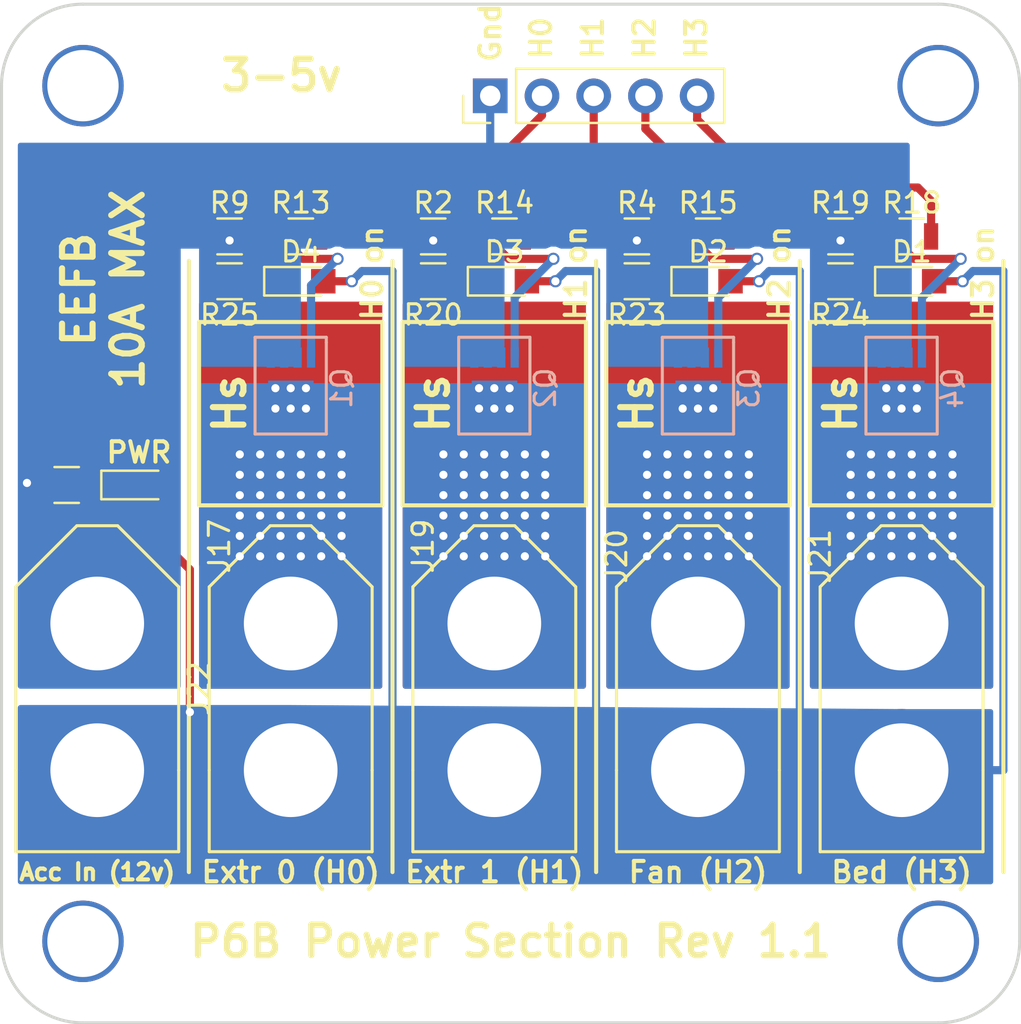
<source format=kicad_pcb>
(kicad_pcb (version 4) (host pcbnew 4.0.7+dfsg1-1~bpo8+1)

  (general
    (links 90)
    (no_connects 0)
    (area 99.924999 49.924999 150.075001 100.075001)
    (thickness 1.6)
    (drawings 51)
    (tracks 491)
    (zones 0)
    (modules 32)
    (nets 19)
  )

  (page A4)
  (layers
    (0 F.Cu signal)
    (31 B.Cu signal)
    (32 B.Adhes user)
    (33 F.Adhes user)
    (34 B.Paste user)
    (35 F.Paste user)
    (36 B.SilkS user)
    (37 F.SilkS user)
    (38 B.Mask user)
    (39 F.Mask user)
    (40 Dwgs.User user)
    (41 Cmts.User user)
    (42 Eco1.User user)
    (43 Eco2.User user)
    (44 Edge.Cuts user)
    (45 Margin user)
    (46 B.CrtYd user)
    (47 F.CrtYd user)
    (48 B.Fab user)
    (49 F.Fab user)
  )

  (setup
    (last_trace_width 0.4)
    (trace_clearance 0.2)
    (zone_clearance 0.3)
    (zone_45_only no)
    (trace_min 0.2)
    (segment_width 0.2)
    (edge_width 0.15)
    (via_size 0.6)
    (via_drill 0.4)
    (via_min_size 0.4)
    (via_min_drill 0.3)
    (uvia_size 0.3)
    (uvia_drill 0.1)
    (uvias_allowed no)
    (uvia_min_size 0.2)
    (uvia_min_drill 0.1)
    (pcb_text_width 0.3)
    (pcb_text_size 1.5 1.5)
    (mod_edge_width 0.15)
    (mod_text_size 1 1)
    (mod_text_width 0.15)
    (pad_size 0.7 1.3)
    (pad_drill 0)
    (pad_to_mask_clearance 0.2)
    (aux_axis_origin 0 0)
    (visible_elements FFFFF77F)
    (pcbplotparams
      (layerselection 0x010f0_80000001)
      (usegerberextensions true)
      (excludeedgelayer true)
      (linewidth 0.100000)
      (plotframeref false)
      (viasonmask false)
      (mode 1)
      (useauxorigin false)
      (hpglpennumber 1)
      (hpglpenspeed 20)
      (hpglpendiameter 15)
      (hpglpenoverlay 2)
      (psnegative false)
      (psa4output false)
      (plotreference true)
      (plotvalue true)
      (plotinvisibletext false)
      (padsonsilk false)
      (subtractmaskfromsilk false)
      (outputformat 1)
      (mirror false)
      (drillshape 0)
      (scaleselection 1)
      (outputdirectory p6b_ptest))
  )

  (net 0 "")
  (net 1 GND)
  (net 2 +12V)
  (net 3 "Net-(J17-Pad1)")
  (net 4 "Net-(J19-Pad1)")
  (net 5 "Net-(J20-Pad1)")
  (net 6 "Net-(J21-Pad1)")
  (net 7 "Net-(Q1-Pad2)")
  (net 8 "Net-(Q2-Pad2)")
  (net 9 "Net-(Q3-Pad2)")
  (net 10 "Net-(Q4-Pad2)")
  (net 11 HEATER0)
  (net 12 HEATER1)
  (net 13 HEATER2)
  (net 14 HEATER3)
  (net 15 "Net-(D1-Pad1)")
  (net 16 "Net-(D2-Pad1)")
  (net 17 "Net-(D3-Pad1)")
  (net 18 "Net-(D4-Pad1)")

  (net_class Default "This is the default net class."
    (clearance 0.2)
    (trace_width 0.4)
    (via_dia 0.6)
    (via_drill 0.4)
    (uvia_dia 0.3)
    (uvia_drill 0.1)
    (add_net +12V)
    (add_net GND)
    (add_net HEATER0)
    (add_net HEATER1)
    (add_net HEATER2)
    (add_net HEATER3)
    (add_net "Net-(D1-Pad1)")
    (add_net "Net-(D2-Pad1)")
    (add_net "Net-(D3-Pad1)")
    (add_net "Net-(D4-Pad1)")
    (add_net "Net-(J17-Pad1)")
    (add_net "Net-(J19-Pad1)")
    (add_net "Net-(J20-Pad1)")
    (add_net "Net-(J21-Pad1)")
    (add_net "Net-(Q1-Pad2)")
    (add_net "Net-(Q2-Pad2)")
    (add_net "Net-(Q3-Pad2)")
    (add_net "Net-(Q4-Pad2)")
  )

  (net_class Data ""
    (clearance 0.2)
    (trace_width 0.4)
    (via_dia 0.6)
    (via_drill 0.4)
    (uvia_dia 0.3)
    (uvia_drill 0.1)
  )

  (net_class "Motor Power" ""
    (clearance 0.5)
    (trace_width 1)
    (via_dia 0.6)
    (via_drill 0.4)
    (uvia_dia 0.3)
    (uvia_drill 0.1)
  )

  (module Resistors_SMD:R_0805 (layer F.Cu) (tedit 5AAF75CD) (tstamp 5AB24066)
    (at 103.2 73.6 180)
    (descr "Resistor SMD 0805, reflow soldering, Vishay (see dcrcw.pdf)")
    (tags "resistor 0805")
    (path /5A55907A)
    (attr smd)
    (fp_text reference R25 (at 0 -1.65 180) (layer F.SilkS) hide
      (effects (font (size 1 1) (thickness 0.15)))
    )
    (fp_text value 1.8k (at 0 1.75 180) (layer F.Fab)
      (effects (font (size 1 1) (thickness 0.15)))
    )
    (fp_text user %R (at 0 0 180) (layer F.Fab)
      (effects (font (size 0.5 0.5) (thickness 0.075)))
    )
    (fp_line (start -1 0.62) (end -1 -0.62) (layer F.Fab) (width 0.1))
    (fp_line (start 1 0.62) (end -1 0.62) (layer F.Fab) (width 0.1))
    (fp_line (start 1 -0.62) (end 1 0.62) (layer F.Fab) (width 0.1))
    (fp_line (start -1 -0.62) (end 1 -0.62) (layer F.Fab) (width 0.1))
    (fp_line (start 0.6 0.88) (end -0.6 0.88) (layer F.SilkS) (width 0.12))
    (fp_line (start -0.6 -0.88) (end 0.6 -0.88) (layer F.SilkS) (width 0.12))
    (fp_line (start -1.55 -0.9) (end 1.55 -0.9) (layer F.CrtYd) (width 0.05))
    (fp_line (start -1.55 -0.9) (end -1.55 0.9) (layer F.CrtYd) (width 0.05))
    (fp_line (start 1.55 0.9) (end 1.55 -0.9) (layer F.CrtYd) (width 0.05))
    (fp_line (start 1.55 0.9) (end -1.55 0.9) (layer F.CrtYd) (width 0.05))
    (pad 1 smd rect (at -0.95 0 180) (size 0.7 1.3) (layers F.Cu F.Paste F.Mask))
    (pad 2 smd rect (at 0.95 0 180) (size 0.7 1.3) (layers F.Cu F.Paste F.Mask))
    (model ${KISYS3DMOD}/Resistors_SMD.3dshapes/R_0805.wrl
      (at (xyz 0 0 0))
      (scale (xyz 1 1 1))
      (rotate (xyz 0 0 0))
    )
  )

  (module LEDs:LED_0805 (layer F.Cu) (tedit 5AAF75BD) (tstamp 5AB24050)
    (at 106.7 73.6)
    (descr "LED 0805 smd package")
    (tags "LED led 0805 SMD smd SMT smt smdled SMDLED smtled SMTLED")
    (path /5A558FE5)
    (attr smd)
    (fp_text reference D4 (at 0 -1.45) (layer F.SilkS) hide
      (effects (font (size 1 1) (thickness 0.15)))
    )
    (fp_text value LED (at 0 1.55) (layer F.Fab)
      (effects (font (size 1 1) (thickness 0.15)))
    )
    (fp_line (start -1.8 -0.7) (end -1.8 0.7) (layer F.SilkS) (width 0.12))
    (fp_line (start -0.4 -0.4) (end -0.4 0.4) (layer F.Fab) (width 0.1))
    (fp_line (start -0.4 0) (end 0.2 -0.4) (layer F.Fab) (width 0.1))
    (fp_line (start 0.2 0.4) (end -0.4 0) (layer F.Fab) (width 0.1))
    (fp_line (start 0.2 -0.4) (end 0.2 0.4) (layer F.Fab) (width 0.1))
    (fp_line (start 1 0.6) (end -1 0.6) (layer F.Fab) (width 0.1))
    (fp_line (start 1 -0.6) (end 1 0.6) (layer F.Fab) (width 0.1))
    (fp_line (start -1 -0.6) (end 1 -0.6) (layer F.Fab) (width 0.1))
    (fp_line (start -1 0.6) (end -1 -0.6) (layer F.Fab) (width 0.1))
    (fp_line (start -1.8 0.7) (end 1 0.7) (layer F.SilkS) (width 0.12))
    (fp_line (start -1.8 -0.7) (end 1 -0.7) (layer F.SilkS) (width 0.12))
    (fp_line (start 1.95 -0.85) (end 1.95 0.85) (layer F.CrtYd) (width 0.05))
    (fp_line (start 1.95 0.85) (end -1.95 0.85) (layer F.CrtYd) (width 0.05))
    (fp_line (start -1.95 0.85) (end -1.95 -0.85) (layer F.CrtYd) (width 0.05))
    (fp_line (start -1.95 -0.85) (end 1.95 -0.85) (layer F.CrtYd) (width 0.05))
    (fp_text user %R (at 0 -1.25) (layer F.Fab)
      (effects (font (size 0.4 0.4) (thickness 0.1)))
    )
    (pad 2 smd rect (at 1.1 0 180) (size 1.2 1.2) (layers F.Cu F.Paste F.Mask)
      (net 2 +12V))
    (pad 1 smd rect (at -1.1 0 180) (size 1.2 1.2) (layers F.Cu F.Paste F.Mask))
    (model ${KISYS3DMOD}/LEDs.3dshapes/LED_0805.wrl
      (at (xyz 0 0 0))
      (scale (xyz 1 1 1))
      (rotate (xyz 0 0 180))
    )
  )

  (module mysensors_arduino:Mounting_Hole_M3 (layer F.Cu) (tedit 5AAF749B) (tstamp 5AB2400B)
    (at 146 54)
    (fp_text reference REF** (at 0 4.445) (layer F.SilkS) hide
      (effects (font (size 1 1) (thickness 0.15)))
    )
    (fp_text value Mounting_Hole (at 0 -4.445) (layer F.Fab) hide
      (effects (font (size 1 1) (thickness 0.15)))
    )
    (pad "" np_thru_hole circle (at 0 0) (size 4 4) (drill 3.5) (layers *.Cu *.Mask))
  )

  (module mysensors_arduino:Mounting_Hole_M3 (layer F.Cu) (tedit 5AAF749B) (tstamp 5AB24006)
    (at 146 96)
    (fp_text reference REF** (at 0 4.445) (layer F.SilkS) hide
      (effects (font (size 1 1) (thickness 0.15)))
    )
    (fp_text value Mounting_Hole (at 0 -4.445) (layer F.Fab) hide
      (effects (font (size 1 1) (thickness 0.15)))
    )
    (pad "" np_thru_hole circle (at 0 0) (size 4 4) (drill 3.5) (layers *.Cu *.Mask))
  )

  (module mysensors_arduino:Mounting_Hole_M3 (layer F.Cu) (tedit 5AAF749B) (tstamp 5AB24001)
    (at 104 96)
    (fp_text reference REF** (at 0 4.445) (layer F.SilkS) hide
      (effects (font (size 1 1) (thickness 0.15)))
    )
    (fp_text value Mounting_Hole (at 0 -4.445) (layer F.Fab) hide
      (effects (font (size 1 1) (thickness 0.15)))
    )
    (pad "" np_thru_hole circle (at 0 0) (size 4 4) (drill 3.5) (layers *.Cu *.Mask))
  )

  (module mysensors_arduino:Mounting_Hole_M3 (layer F.Cu) (tedit 5AAF749B) (tstamp 5B703067)
    (at 104 54)
    (fp_text reference REF** (at 0 4.445) (layer F.SilkS) hide
      (effects (font (size 1 1) (thickness 0.15)))
    )
    (fp_text value Mounting_Hole (at 0 -4.445) (layer F.Fab) hide
      (effects (font (size 1 1) (thickness 0.15)))
    )
    (pad "" np_thru_hole circle (at 0 0) (size 4 4) (drill 3.5) (layers *.Cu *.Mask))
  )

  (module LEDs:LED_0805 (layer F.Cu) (tedit 59959803) (tstamp 5AE179E9)
    (at 144.7 63.6)
    (descr "LED 0805 smd package")
    (tags "LED led 0805 SMD smd SMT smt smdled SMDLED smtled SMTLED")
    (path /5A55A817)
    (attr smd)
    (fp_text reference D1 (at 0 -1.45) (layer F.SilkS)
      (effects (font (size 1 1) (thickness 0.15)))
    )
    (fp_text value LED (at 0 1.55) (layer F.Fab)
      (effects (font (size 1 1) (thickness 0.15)))
    )
    (fp_line (start -1.8 -0.7) (end -1.8 0.7) (layer F.SilkS) (width 0.12))
    (fp_line (start -0.4 -0.4) (end -0.4 0.4) (layer F.Fab) (width 0.1))
    (fp_line (start -0.4 0) (end 0.2 -0.4) (layer F.Fab) (width 0.1))
    (fp_line (start 0.2 0.4) (end -0.4 0) (layer F.Fab) (width 0.1))
    (fp_line (start 0.2 -0.4) (end 0.2 0.4) (layer F.Fab) (width 0.1))
    (fp_line (start 1 0.6) (end -1 0.6) (layer F.Fab) (width 0.1))
    (fp_line (start 1 -0.6) (end 1 0.6) (layer F.Fab) (width 0.1))
    (fp_line (start -1 -0.6) (end 1 -0.6) (layer F.Fab) (width 0.1))
    (fp_line (start -1 0.6) (end -1 -0.6) (layer F.Fab) (width 0.1))
    (fp_line (start -1.8 0.7) (end 1 0.7) (layer F.SilkS) (width 0.12))
    (fp_line (start -1.8 -0.7) (end 1 -0.7) (layer F.SilkS) (width 0.12))
    (fp_line (start 1.95 -0.85) (end 1.95 0.85) (layer F.CrtYd) (width 0.05))
    (fp_line (start 1.95 0.85) (end -1.95 0.85) (layer F.CrtYd) (width 0.05))
    (fp_line (start -1.95 0.85) (end -1.95 -0.85) (layer F.CrtYd) (width 0.05))
    (fp_line (start -1.95 -0.85) (end 1.95 -0.85) (layer F.CrtYd) (width 0.05))
    (fp_text user %R (at 0 -1.25) (layer F.Fab)
      (effects (font (size 0.4 0.4) (thickness 0.1)))
    )
    (pad 2 smd rect (at 1.1 0 180) (size 1.2 1.2) (layers F.Cu F.Paste F.Mask)
      (net 2 +12V))
    (pad 1 smd rect (at -1.1 0 180) (size 1.2 1.2) (layers F.Cu F.Paste F.Mask)
      (net 15 "Net-(D1-Pad1)"))
    (model ${KISYS3DMOD}/LEDs.3dshapes/LED_0805.wrl
      (at (xyz 0 0 0))
      (scale (xyz 1 1 1))
      (rotate (xyz 0 0 180))
    )
  )

  (module LEDs:LED_0805 (layer F.Cu) (tedit 59959803) (tstamp 5AE179EF)
    (at 134.7 63.6)
    (descr "LED 0805 smd package")
    (tags "LED led 0805 SMD smd SMT smt smdled SMDLED smtled SMTLED")
    (path /5A55A09D)
    (attr smd)
    (fp_text reference D2 (at 0 -1.45) (layer F.SilkS)
      (effects (font (size 1 1) (thickness 0.15)))
    )
    (fp_text value LED (at 0 1.55) (layer F.Fab)
      (effects (font (size 1 1) (thickness 0.15)))
    )
    (fp_line (start -1.8 -0.7) (end -1.8 0.7) (layer F.SilkS) (width 0.12))
    (fp_line (start -0.4 -0.4) (end -0.4 0.4) (layer F.Fab) (width 0.1))
    (fp_line (start -0.4 0) (end 0.2 -0.4) (layer F.Fab) (width 0.1))
    (fp_line (start 0.2 0.4) (end -0.4 0) (layer F.Fab) (width 0.1))
    (fp_line (start 0.2 -0.4) (end 0.2 0.4) (layer F.Fab) (width 0.1))
    (fp_line (start 1 0.6) (end -1 0.6) (layer F.Fab) (width 0.1))
    (fp_line (start 1 -0.6) (end 1 0.6) (layer F.Fab) (width 0.1))
    (fp_line (start -1 -0.6) (end 1 -0.6) (layer F.Fab) (width 0.1))
    (fp_line (start -1 0.6) (end -1 -0.6) (layer F.Fab) (width 0.1))
    (fp_line (start -1.8 0.7) (end 1 0.7) (layer F.SilkS) (width 0.12))
    (fp_line (start -1.8 -0.7) (end 1 -0.7) (layer F.SilkS) (width 0.12))
    (fp_line (start 1.95 -0.85) (end 1.95 0.85) (layer F.CrtYd) (width 0.05))
    (fp_line (start 1.95 0.85) (end -1.95 0.85) (layer F.CrtYd) (width 0.05))
    (fp_line (start -1.95 0.85) (end -1.95 -0.85) (layer F.CrtYd) (width 0.05))
    (fp_line (start -1.95 -0.85) (end 1.95 -0.85) (layer F.CrtYd) (width 0.05))
    (fp_text user %R (at 0 -1.25) (layer F.Fab)
      (effects (font (size 0.4 0.4) (thickness 0.1)))
    )
    (pad 2 smd rect (at 1.1 0 180) (size 1.2 1.2) (layers F.Cu F.Paste F.Mask)
      (net 2 +12V))
    (pad 1 smd rect (at -1.1 0 180) (size 1.2 1.2) (layers F.Cu F.Paste F.Mask)
      (net 16 "Net-(D2-Pad1)"))
    (model ${KISYS3DMOD}/LEDs.3dshapes/LED_0805.wrl
      (at (xyz 0 0 0))
      (scale (xyz 1 1 1))
      (rotate (xyz 0 0 180))
    )
  )

  (module LEDs:LED_0805 (layer F.Cu) (tedit 59959803) (tstamp 5AE179F5)
    (at 124.7 63.6)
    (descr "LED 0805 smd package")
    (tags "LED led 0805 SMD smd SMT smt smdled SMDLED smtled SMTLED")
    (path /5A559CEB)
    (attr smd)
    (fp_text reference D3 (at 0 -1.45) (layer F.SilkS)
      (effects (font (size 1 1) (thickness 0.15)))
    )
    (fp_text value LED (at 0 1.55) (layer F.Fab)
      (effects (font (size 1 1) (thickness 0.15)))
    )
    (fp_line (start -1.8 -0.7) (end -1.8 0.7) (layer F.SilkS) (width 0.12))
    (fp_line (start -0.4 -0.4) (end -0.4 0.4) (layer F.Fab) (width 0.1))
    (fp_line (start -0.4 0) (end 0.2 -0.4) (layer F.Fab) (width 0.1))
    (fp_line (start 0.2 0.4) (end -0.4 0) (layer F.Fab) (width 0.1))
    (fp_line (start 0.2 -0.4) (end 0.2 0.4) (layer F.Fab) (width 0.1))
    (fp_line (start 1 0.6) (end -1 0.6) (layer F.Fab) (width 0.1))
    (fp_line (start 1 -0.6) (end 1 0.6) (layer F.Fab) (width 0.1))
    (fp_line (start -1 -0.6) (end 1 -0.6) (layer F.Fab) (width 0.1))
    (fp_line (start -1 0.6) (end -1 -0.6) (layer F.Fab) (width 0.1))
    (fp_line (start -1.8 0.7) (end 1 0.7) (layer F.SilkS) (width 0.12))
    (fp_line (start -1.8 -0.7) (end 1 -0.7) (layer F.SilkS) (width 0.12))
    (fp_line (start 1.95 -0.85) (end 1.95 0.85) (layer F.CrtYd) (width 0.05))
    (fp_line (start 1.95 0.85) (end -1.95 0.85) (layer F.CrtYd) (width 0.05))
    (fp_line (start -1.95 0.85) (end -1.95 -0.85) (layer F.CrtYd) (width 0.05))
    (fp_line (start -1.95 -0.85) (end 1.95 -0.85) (layer F.CrtYd) (width 0.05))
    (fp_text user %R (at 0 -1.25) (layer F.Fab)
      (effects (font (size 0.4 0.4) (thickness 0.1)))
    )
    (pad 2 smd rect (at 1.1 0 180) (size 1.2 1.2) (layers F.Cu F.Paste F.Mask)
      (net 2 +12V))
    (pad 1 smd rect (at -1.1 0 180) (size 1.2 1.2) (layers F.Cu F.Paste F.Mask)
      (net 17 "Net-(D3-Pad1)"))
    (model ${KISYS3DMOD}/LEDs.3dshapes/LED_0805.wrl
      (at (xyz 0 0 0))
      (scale (xyz 1 1 1))
      (rotate (xyz 0 0 180))
    )
  )

  (module LEDs:LED_0805 (layer F.Cu) (tedit 59959803) (tstamp 5AE179FB)
    (at 114.7 63.6)
    (descr "LED 0805 smd package")
    (tags "LED led 0805 SMD smd SMT smt smdled SMDLED smtled SMTLED")
    (path /5A558FE5)
    (attr smd)
    (fp_text reference D4 (at 0 -1.45) (layer F.SilkS)
      (effects (font (size 1 1) (thickness 0.15)))
    )
    (fp_text value LED (at 0 1.55) (layer F.Fab)
      (effects (font (size 1 1) (thickness 0.15)))
    )
    (fp_line (start -1.8 -0.7) (end -1.8 0.7) (layer F.SilkS) (width 0.12))
    (fp_line (start -0.4 -0.4) (end -0.4 0.4) (layer F.Fab) (width 0.1))
    (fp_line (start -0.4 0) (end 0.2 -0.4) (layer F.Fab) (width 0.1))
    (fp_line (start 0.2 0.4) (end -0.4 0) (layer F.Fab) (width 0.1))
    (fp_line (start 0.2 -0.4) (end 0.2 0.4) (layer F.Fab) (width 0.1))
    (fp_line (start 1 0.6) (end -1 0.6) (layer F.Fab) (width 0.1))
    (fp_line (start 1 -0.6) (end 1 0.6) (layer F.Fab) (width 0.1))
    (fp_line (start -1 -0.6) (end 1 -0.6) (layer F.Fab) (width 0.1))
    (fp_line (start -1 0.6) (end -1 -0.6) (layer F.Fab) (width 0.1))
    (fp_line (start -1.8 0.7) (end 1 0.7) (layer F.SilkS) (width 0.12))
    (fp_line (start -1.8 -0.7) (end 1 -0.7) (layer F.SilkS) (width 0.12))
    (fp_line (start 1.95 -0.85) (end 1.95 0.85) (layer F.CrtYd) (width 0.05))
    (fp_line (start 1.95 0.85) (end -1.95 0.85) (layer F.CrtYd) (width 0.05))
    (fp_line (start -1.95 0.85) (end -1.95 -0.85) (layer F.CrtYd) (width 0.05))
    (fp_line (start -1.95 -0.85) (end 1.95 -0.85) (layer F.CrtYd) (width 0.05))
    (fp_text user %R (at 0 -1.25) (layer F.Fab)
      (effects (font (size 0.4 0.4) (thickness 0.1)))
    )
    (pad 2 smd rect (at 1.1 0 180) (size 1.2 1.2) (layers F.Cu F.Paste F.Mask)
      (net 2 +12V))
    (pad 1 smd rect (at -1.1 0 180) (size 1.2 1.2) (layers F.Cu F.Paste F.Mask)
      (net 18 "Net-(D4-Pad1)"))
    (model ${KISYS3DMOD}/LEDs.3dshapes/LED_0805.wrl
      (at (xyz 0 0 0))
      (scale (xyz 1 1 1))
      (rotate (xyz 0 0 180))
    )
  )

  (module mysensors_arduino:XT60_Land_THT (layer F.Cu) (tedit 5AAE7CFB) (tstamp 5AE17A89)
    (at 114.2 87.6 90)
    (path /5AB214D7)
    (fp_text reference J17 (at 11 -3.5 90) (layer F.SilkS)
      (effects (font (size 1 1) (thickness 0.15)))
    )
    (fp_text value Conn_Heater0 (at 3.5 0 270) (layer F.Fab)
      (effects (font (size 1 1) (thickness 0.15)))
    )
    (fp_line (start 9 -4) (end 12 -1) (layer F.SilkS) (width 0.15))
    (fp_line (start 12 -1) (end 12 1) (layer F.SilkS) (width 0.15))
    (fp_line (start 12 1) (end 9 4) (layer F.SilkS) (width 0.15))
    (fp_line (start 0 -4) (end -4 -4) (layer F.SilkS) (width 0.15))
    (fp_line (start -4 -4) (end -4 4) (layer F.SilkS) (width 0.15))
    (fp_line (start -4 4) (end 0 4) (layer F.SilkS) (width 0.15))
    (fp_line (start 0 4) (end 9 4) (layer F.SilkS) (width 0.15))
    (fp_line (start 0 -4) (end 9 -4) (layer F.SilkS) (width 0.15))
    (pad 1 thru_hole circle (at 7.2 0 90) (size 6 6) (drill 4.6) (layers *.Cu *.Mask)
      (net 3 "Net-(J17-Pad1)"))
    (pad 2 thru_hole circle (at 0 0 90) (size 6 6) (drill 4.6) (layers *.Cu *.Mask)
      (net 2 +12V))
  )

  (module mysensors_arduino:XT60_Land_THT (layer F.Cu) (tedit 5AAE7CF5) (tstamp 5AE17A97)
    (at 124.2 87.6 90)
    (path /5AB21644)
    (fp_text reference J19 (at 11 -3.5 90) (layer F.SilkS)
      (effects (font (size 1 1) (thickness 0.15)))
    )
    (fp_text value Conn_Heater1 (at 3.5 0 270) (layer F.Fab)
      (effects (font (size 1 1) (thickness 0.15)))
    )
    (fp_line (start 9 -4) (end 12 -1) (layer F.SilkS) (width 0.15))
    (fp_line (start 12 -1) (end 12 1) (layer F.SilkS) (width 0.15))
    (fp_line (start 12 1) (end 9 4) (layer F.SilkS) (width 0.15))
    (fp_line (start 0 -4) (end -4 -4) (layer F.SilkS) (width 0.15))
    (fp_line (start -4 -4) (end -4 4) (layer F.SilkS) (width 0.15))
    (fp_line (start -4 4) (end 0 4) (layer F.SilkS) (width 0.15))
    (fp_line (start 0 4) (end 9 4) (layer F.SilkS) (width 0.15))
    (fp_line (start 0 -4) (end 9 -4) (layer F.SilkS) (width 0.15))
    (pad 1 thru_hole circle (at 7.2 0 90) (size 6 6) (drill 4.6) (layers *.Cu *.Mask)
      (net 4 "Net-(J19-Pad1)"))
    (pad 2 thru_hole circle (at 0 0 90) (size 6 6) (drill 4.6) (layers *.Cu *.Mask)
      (net 2 +12V))
  )

  (module mysensors_arduino:XT60_Land_THT (layer F.Cu) (tedit 5AAE7CF2) (tstamp 5AE17A9D)
    (at 134.2 87.6 90)
    (path /5AB2175D)
    (fp_text reference J20 (at 10.5 -4 90) (layer F.SilkS)
      (effects (font (size 1 1) (thickness 0.15)))
    )
    (fp_text value Conn_Heater2 (at 3 0 90) (layer F.Fab)
      (effects (font (size 1 1) (thickness 0.15)))
    )
    (fp_line (start 9 -4) (end 12 -1) (layer F.SilkS) (width 0.15))
    (fp_line (start 12 -1) (end 12 1) (layer F.SilkS) (width 0.15))
    (fp_line (start 12 1) (end 9 4) (layer F.SilkS) (width 0.15))
    (fp_line (start 0 -4) (end -4 -4) (layer F.SilkS) (width 0.15))
    (fp_line (start -4 -4) (end -4 4) (layer F.SilkS) (width 0.15))
    (fp_line (start -4 4) (end 0 4) (layer F.SilkS) (width 0.15))
    (fp_line (start 0 4) (end 9 4) (layer F.SilkS) (width 0.15))
    (fp_line (start 0 -4) (end 9 -4) (layer F.SilkS) (width 0.15))
    (pad 1 thru_hole circle (at 7.2 0 90) (size 6 6) (drill 4.6) (layers *.Cu *.Mask)
      (net 5 "Net-(J20-Pad1)"))
    (pad 2 thru_hole circle (at 0 0 90) (size 6 6) (drill 4.6) (layers *.Cu *.Mask)
      (net 2 +12V))
  )

  (module mysensors_arduino:XT60_Land_THT (layer F.Cu) (tedit 5AAE7CEE) (tstamp 5AE17AA3)
    (at 144.2 87.6 90)
    (path /5AB2187D)
    (fp_text reference J21 (at 10.5 -4 90) (layer F.SilkS)
      (effects (font (size 1 1) (thickness 0.15)))
    )
    (fp_text value Conn_Heater3 (at 3 0 90) (layer F.Fab)
      (effects (font (size 1 1) (thickness 0.15)))
    )
    (fp_line (start 9 -4) (end 12 -1) (layer F.SilkS) (width 0.15))
    (fp_line (start 12 -1) (end 12 1) (layer F.SilkS) (width 0.15))
    (fp_line (start 12 1) (end 9 4) (layer F.SilkS) (width 0.15))
    (fp_line (start 0 -4) (end -4 -4) (layer F.SilkS) (width 0.15))
    (fp_line (start -4 -4) (end -4 4) (layer F.SilkS) (width 0.15))
    (fp_line (start -4 4) (end 0 4) (layer F.SilkS) (width 0.15))
    (fp_line (start 0 4) (end 9 4) (layer F.SilkS) (width 0.15))
    (fp_line (start 0 -4) (end 9 -4) (layer F.SilkS) (width 0.15))
    (pad 1 thru_hole circle (at 7.2 0 90) (size 6 6) (drill 4.6) (layers *.Cu *.Mask)
      (net 6 "Net-(J21-Pad1)"))
    (pad 2 thru_hole circle (at 0 0 90) (size 6 6) (drill 4.6) (layers *.Cu *.Mask)
      (net 2 +12V))
  )

  (module Resistors_SMD:R_0805 (layer F.Cu) (tedit 58E0A804) (tstamp 5AE17AE3)
    (at 121.2 61.4)
    (descr "Resistor SMD 0805, reflow soldering, Vishay (see dcrcw.pdf)")
    (tags "resistor 0805")
    (path /5A55566F)
    (attr smd)
    (fp_text reference R2 (at 0 -1.65) (layer F.SilkS)
      (effects (font (size 1 1) (thickness 0.15)))
    )
    (fp_text value 100k (at 0 1.75) (layer F.Fab)
      (effects (font (size 1 1) (thickness 0.15)))
    )
    (fp_text user %R (at 0 0) (layer F.Fab)
      (effects (font (size 0.5 0.5) (thickness 0.075)))
    )
    (fp_line (start -1 0.62) (end -1 -0.62) (layer F.Fab) (width 0.1))
    (fp_line (start 1 0.62) (end -1 0.62) (layer F.Fab) (width 0.1))
    (fp_line (start 1 -0.62) (end 1 0.62) (layer F.Fab) (width 0.1))
    (fp_line (start -1 -0.62) (end 1 -0.62) (layer F.Fab) (width 0.1))
    (fp_line (start 0.6 0.88) (end -0.6 0.88) (layer F.SilkS) (width 0.12))
    (fp_line (start -0.6 -0.88) (end 0.6 -0.88) (layer F.SilkS) (width 0.12))
    (fp_line (start -1.55 -0.9) (end 1.55 -0.9) (layer F.CrtYd) (width 0.05))
    (fp_line (start -1.55 -0.9) (end -1.55 0.9) (layer F.CrtYd) (width 0.05))
    (fp_line (start 1.55 0.9) (end 1.55 -0.9) (layer F.CrtYd) (width 0.05))
    (fp_line (start 1.55 0.9) (end -1.55 0.9) (layer F.CrtYd) (width 0.05))
    (pad 1 smd rect (at -0.95 0) (size 0.7 1.3) (layers F.Cu F.Paste F.Mask)
      (net 1 GND))
    (pad 2 smd rect (at 0.95 0) (size 0.7 1.3) (layers F.Cu F.Paste F.Mask)
      (net 8 "Net-(Q2-Pad2)"))
    (model ${KISYS3DMOD}/Resistors_SMD.3dshapes/R_0805.wrl
      (at (xyz 0 0 0))
      (scale (xyz 1 1 1))
      (rotate (xyz 0 0 0))
    )
  )

  (module Resistors_SMD:R_0805 (layer F.Cu) (tedit 58E0A804) (tstamp 5AE17AEF)
    (at 131.2 61.4)
    (descr "Resistor SMD 0805, reflow soldering, Vishay (see dcrcw.pdf)")
    (tags "resistor 0805")
    (path /5A55587D)
    (attr smd)
    (fp_text reference R4 (at 0 -1.65) (layer F.SilkS)
      (effects (font (size 1 1) (thickness 0.15)))
    )
    (fp_text value 100k (at 0 1.75) (layer F.Fab)
      (effects (font (size 1 1) (thickness 0.15)))
    )
    (fp_text user %R (at 0 0) (layer F.Fab)
      (effects (font (size 0.5 0.5) (thickness 0.075)))
    )
    (fp_line (start -1 0.62) (end -1 -0.62) (layer F.Fab) (width 0.1))
    (fp_line (start 1 0.62) (end -1 0.62) (layer F.Fab) (width 0.1))
    (fp_line (start 1 -0.62) (end 1 0.62) (layer F.Fab) (width 0.1))
    (fp_line (start -1 -0.62) (end 1 -0.62) (layer F.Fab) (width 0.1))
    (fp_line (start 0.6 0.88) (end -0.6 0.88) (layer F.SilkS) (width 0.12))
    (fp_line (start -0.6 -0.88) (end 0.6 -0.88) (layer F.SilkS) (width 0.12))
    (fp_line (start -1.55 -0.9) (end 1.55 -0.9) (layer F.CrtYd) (width 0.05))
    (fp_line (start -1.55 -0.9) (end -1.55 0.9) (layer F.CrtYd) (width 0.05))
    (fp_line (start 1.55 0.9) (end 1.55 -0.9) (layer F.CrtYd) (width 0.05))
    (fp_line (start 1.55 0.9) (end -1.55 0.9) (layer F.CrtYd) (width 0.05))
    (pad 1 smd rect (at -0.95 0) (size 0.7 1.3) (layers F.Cu F.Paste F.Mask)
      (net 1 GND))
    (pad 2 smd rect (at 0.95 0) (size 0.7 1.3) (layers F.Cu F.Paste F.Mask)
      (net 9 "Net-(Q3-Pad2)"))
    (model ${KISYS3DMOD}/Resistors_SMD.3dshapes/R_0805.wrl
      (at (xyz 0 0 0))
      (scale (xyz 1 1 1))
      (rotate (xyz 0 0 0))
    )
  )

  (module Resistors_SMD:R_0805 (layer F.Cu) (tedit 58E0A804) (tstamp 5AE17B0D)
    (at 111.2 61.4)
    (descr "Resistor SMD 0805, reflow soldering, Vishay (see dcrcw.pdf)")
    (tags "resistor 0805")
    (path /5A554C38)
    (attr smd)
    (fp_text reference R9 (at 0 -1.65) (layer F.SilkS)
      (effects (font (size 1 1) (thickness 0.15)))
    )
    (fp_text value 100k (at 0 1.75) (layer F.Fab)
      (effects (font (size 1 1) (thickness 0.15)))
    )
    (fp_text user %R (at 0 0) (layer F.Fab)
      (effects (font (size 0.5 0.5) (thickness 0.075)))
    )
    (fp_line (start -1 0.62) (end -1 -0.62) (layer F.Fab) (width 0.1))
    (fp_line (start 1 0.62) (end -1 0.62) (layer F.Fab) (width 0.1))
    (fp_line (start 1 -0.62) (end 1 0.62) (layer F.Fab) (width 0.1))
    (fp_line (start -1 -0.62) (end 1 -0.62) (layer F.Fab) (width 0.1))
    (fp_line (start 0.6 0.88) (end -0.6 0.88) (layer F.SilkS) (width 0.12))
    (fp_line (start -0.6 -0.88) (end 0.6 -0.88) (layer F.SilkS) (width 0.12))
    (fp_line (start -1.55 -0.9) (end 1.55 -0.9) (layer F.CrtYd) (width 0.05))
    (fp_line (start -1.55 -0.9) (end -1.55 0.9) (layer F.CrtYd) (width 0.05))
    (fp_line (start 1.55 0.9) (end 1.55 -0.9) (layer F.CrtYd) (width 0.05))
    (fp_line (start 1.55 0.9) (end -1.55 0.9) (layer F.CrtYd) (width 0.05))
    (pad 1 smd rect (at -0.95 0) (size 0.7 1.3) (layers F.Cu F.Paste F.Mask)
      (net 1 GND))
    (pad 2 smd rect (at 0.95 0) (size 0.7 1.3) (layers F.Cu F.Paste F.Mask)
      (net 7 "Net-(Q1-Pad2)"))
    (model ${KISYS3DMOD}/Resistors_SMD.3dshapes/R_0805.wrl
      (at (xyz 0 0 0))
      (scale (xyz 1 1 1))
      (rotate (xyz 0 0 0))
    )
  )

  (module Resistors_SMD:R_0805 (layer F.Cu) (tedit 58E0A804) (tstamp 5AE17B25)
    (at 114.7 61.4)
    (descr "Resistor SMD 0805, reflow soldering, Vishay (see dcrcw.pdf)")
    (tags "resistor 0805")
    (path /5A55BA3D)
    (attr smd)
    (fp_text reference R13 (at 0 -1.65) (layer F.SilkS)
      (effects (font (size 1 1) (thickness 0.15)))
    )
    (fp_text value 250 (at 0 1.75) (layer F.Fab)
      (effects (font (size 1 1) (thickness 0.15)))
    )
    (fp_text user %R (at 0 0) (layer F.Fab)
      (effects (font (size 0.5 0.5) (thickness 0.075)))
    )
    (fp_line (start -1 0.62) (end -1 -0.62) (layer F.Fab) (width 0.1))
    (fp_line (start 1 0.62) (end -1 0.62) (layer F.Fab) (width 0.1))
    (fp_line (start 1 -0.62) (end 1 0.62) (layer F.Fab) (width 0.1))
    (fp_line (start -1 -0.62) (end 1 -0.62) (layer F.Fab) (width 0.1))
    (fp_line (start 0.6 0.88) (end -0.6 0.88) (layer F.SilkS) (width 0.12))
    (fp_line (start -0.6 -0.88) (end 0.6 -0.88) (layer F.SilkS) (width 0.12))
    (fp_line (start -1.55 -0.9) (end 1.55 -0.9) (layer F.CrtYd) (width 0.05))
    (fp_line (start -1.55 -0.9) (end -1.55 0.9) (layer F.CrtYd) (width 0.05))
    (fp_line (start 1.55 0.9) (end 1.55 -0.9) (layer F.CrtYd) (width 0.05))
    (fp_line (start 1.55 0.9) (end -1.55 0.9) (layer F.CrtYd) (width 0.05))
    (pad 1 smd rect (at -0.95 0) (size 0.7 1.3) (layers F.Cu F.Paste F.Mask)
      (net 7 "Net-(Q1-Pad2)"))
    (pad 2 smd rect (at 0.95 0) (size 0.7 1.3) (layers F.Cu F.Paste F.Mask)
      (net 11 HEATER0))
    (model ${KISYS3DMOD}/Resistors_SMD.3dshapes/R_0805.wrl
      (at (xyz 0 0 0))
      (scale (xyz 1 1 1))
      (rotate (xyz 0 0 0))
    )
  )

  (module Resistors_SMD:R_0805 (layer F.Cu) (tedit 58E0A804) (tstamp 5AE17B2B)
    (at 124.7 61.4)
    (descr "Resistor SMD 0805, reflow soldering, Vishay (see dcrcw.pdf)")
    (tags "resistor 0805")
    (path /5A55C8AA)
    (attr smd)
    (fp_text reference R14 (at 0 -1.65) (layer F.SilkS)
      (effects (font (size 1 1) (thickness 0.15)))
    )
    (fp_text value 250 (at 0 1.75) (layer F.Fab)
      (effects (font (size 1 1) (thickness 0.15)))
    )
    (fp_text user %R (at 0 0) (layer F.Fab)
      (effects (font (size 0.5 0.5) (thickness 0.075)))
    )
    (fp_line (start -1 0.62) (end -1 -0.62) (layer F.Fab) (width 0.1))
    (fp_line (start 1 0.62) (end -1 0.62) (layer F.Fab) (width 0.1))
    (fp_line (start 1 -0.62) (end 1 0.62) (layer F.Fab) (width 0.1))
    (fp_line (start -1 -0.62) (end 1 -0.62) (layer F.Fab) (width 0.1))
    (fp_line (start 0.6 0.88) (end -0.6 0.88) (layer F.SilkS) (width 0.12))
    (fp_line (start -0.6 -0.88) (end 0.6 -0.88) (layer F.SilkS) (width 0.12))
    (fp_line (start -1.55 -0.9) (end 1.55 -0.9) (layer F.CrtYd) (width 0.05))
    (fp_line (start -1.55 -0.9) (end -1.55 0.9) (layer F.CrtYd) (width 0.05))
    (fp_line (start 1.55 0.9) (end 1.55 -0.9) (layer F.CrtYd) (width 0.05))
    (fp_line (start 1.55 0.9) (end -1.55 0.9) (layer F.CrtYd) (width 0.05))
    (pad 1 smd rect (at -0.95 0) (size 0.7 1.3) (layers F.Cu F.Paste F.Mask)
      (net 8 "Net-(Q2-Pad2)"))
    (pad 2 smd rect (at 0.95 0) (size 0.7 1.3) (layers F.Cu F.Paste F.Mask)
      (net 12 HEATER1))
    (model ${KISYS3DMOD}/Resistors_SMD.3dshapes/R_0805.wrl
      (at (xyz 0 0 0))
      (scale (xyz 1 1 1))
      (rotate (xyz 0 0 0))
    )
  )

  (module Resistors_SMD:R_0805 (layer F.Cu) (tedit 58E0A804) (tstamp 5AE17B31)
    (at 134.7 61.4)
    (descr "Resistor SMD 0805, reflow soldering, Vishay (see dcrcw.pdf)")
    (tags "resistor 0805")
    (path /5A55C995)
    (attr smd)
    (fp_text reference R15 (at 0 -1.65) (layer F.SilkS)
      (effects (font (size 1 1) (thickness 0.15)))
    )
    (fp_text value 250 (at 0 1.75) (layer F.Fab)
      (effects (font (size 1 1) (thickness 0.15)))
    )
    (fp_text user %R (at 0 0) (layer F.Fab)
      (effects (font (size 0.5 0.5) (thickness 0.075)))
    )
    (fp_line (start -1 0.62) (end -1 -0.62) (layer F.Fab) (width 0.1))
    (fp_line (start 1 0.62) (end -1 0.62) (layer F.Fab) (width 0.1))
    (fp_line (start 1 -0.62) (end 1 0.62) (layer F.Fab) (width 0.1))
    (fp_line (start -1 -0.62) (end 1 -0.62) (layer F.Fab) (width 0.1))
    (fp_line (start 0.6 0.88) (end -0.6 0.88) (layer F.SilkS) (width 0.12))
    (fp_line (start -0.6 -0.88) (end 0.6 -0.88) (layer F.SilkS) (width 0.12))
    (fp_line (start -1.55 -0.9) (end 1.55 -0.9) (layer F.CrtYd) (width 0.05))
    (fp_line (start -1.55 -0.9) (end -1.55 0.9) (layer F.CrtYd) (width 0.05))
    (fp_line (start 1.55 0.9) (end 1.55 -0.9) (layer F.CrtYd) (width 0.05))
    (fp_line (start 1.55 0.9) (end -1.55 0.9) (layer F.CrtYd) (width 0.05))
    (pad 1 smd rect (at -0.95 0) (size 0.7 1.3) (layers F.Cu F.Paste F.Mask)
      (net 9 "Net-(Q3-Pad2)"))
    (pad 2 smd rect (at 0.95 0) (size 0.7 1.3) (layers F.Cu F.Paste F.Mask)
      (net 13 HEATER2))
    (model ${KISYS3DMOD}/Resistors_SMD.3dshapes/R_0805.wrl
      (at (xyz 0 0 0))
      (scale (xyz 1 1 1))
      (rotate (xyz 0 0 0))
    )
  )

  (module Resistors_SMD:R_0805 (layer F.Cu) (tedit 58E0A804) (tstamp 5AE17B43)
    (at 144.7 61.4)
    (descr "Resistor SMD 0805, reflow soldering, Vishay (see dcrcw.pdf)")
    (tags "resistor 0805")
    (path /5A55C677)
    (attr smd)
    (fp_text reference R18 (at 0 -1.65) (layer F.SilkS)
      (effects (font (size 1 1) (thickness 0.15)))
    )
    (fp_text value 250 (at 0 1.75) (layer F.Fab)
      (effects (font (size 1 1) (thickness 0.15)))
    )
    (fp_text user %R (at 0 0) (layer F.Fab)
      (effects (font (size 0.5 0.5) (thickness 0.075)))
    )
    (fp_line (start -1 0.62) (end -1 -0.62) (layer F.Fab) (width 0.1))
    (fp_line (start 1 0.62) (end -1 0.62) (layer F.Fab) (width 0.1))
    (fp_line (start 1 -0.62) (end 1 0.62) (layer F.Fab) (width 0.1))
    (fp_line (start -1 -0.62) (end 1 -0.62) (layer F.Fab) (width 0.1))
    (fp_line (start 0.6 0.88) (end -0.6 0.88) (layer F.SilkS) (width 0.12))
    (fp_line (start -0.6 -0.88) (end 0.6 -0.88) (layer F.SilkS) (width 0.12))
    (fp_line (start -1.55 -0.9) (end 1.55 -0.9) (layer F.CrtYd) (width 0.05))
    (fp_line (start -1.55 -0.9) (end -1.55 0.9) (layer F.CrtYd) (width 0.05))
    (fp_line (start 1.55 0.9) (end 1.55 -0.9) (layer F.CrtYd) (width 0.05))
    (fp_line (start 1.55 0.9) (end -1.55 0.9) (layer F.CrtYd) (width 0.05))
    (pad 1 smd rect (at -0.95 0) (size 0.7 1.3) (layers F.Cu F.Paste F.Mask)
      (net 10 "Net-(Q4-Pad2)"))
    (pad 2 smd rect (at 0.95 0) (size 0.7 1.3) (layers F.Cu F.Paste F.Mask)
      (net 14 HEATER3))
    (model ${KISYS3DMOD}/Resistors_SMD.3dshapes/R_0805.wrl
      (at (xyz 0 0 0))
      (scale (xyz 1 1 1))
      (rotate (xyz 0 0 0))
    )
  )

  (module Resistors_SMD:R_0805 (layer F.Cu) (tedit 58E0A804) (tstamp 5AE17B49)
    (at 141.2 61.4)
    (descr "Resistor SMD 0805, reflow soldering, Vishay (see dcrcw.pdf)")
    (tags "resistor 0805")
    (path /5A555D57)
    (attr smd)
    (fp_text reference R19 (at 0 -1.65) (layer F.SilkS)
      (effects (font (size 1 1) (thickness 0.15)))
    )
    (fp_text value 100k (at 0 1.75) (layer F.Fab)
      (effects (font (size 1 1) (thickness 0.15)))
    )
    (fp_text user %R (at 0 0) (layer F.Fab)
      (effects (font (size 0.5 0.5) (thickness 0.075)))
    )
    (fp_line (start -1 0.62) (end -1 -0.62) (layer F.Fab) (width 0.1))
    (fp_line (start 1 0.62) (end -1 0.62) (layer F.Fab) (width 0.1))
    (fp_line (start 1 -0.62) (end 1 0.62) (layer F.Fab) (width 0.1))
    (fp_line (start -1 -0.62) (end 1 -0.62) (layer F.Fab) (width 0.1))
    (fp_line (start 0.6 0.88) (end -0.6 0.88) (layer F.SilkS) (width 0.12))
    (fp_line (start -0.6 -0.88) (end 0.6 -0.88) (layer F.SilkS) (width 0.12))
    (fp_line (start -1.55 -0.9) (end 1.55 -0.9) (layer F.CrtYd) (width 0.05))
    (fp_line (start -1.55 -0.9) (end -1.55 0.9) (layer F.CrtYd) (width 0.05))
    (fp_line (start 1.55 0.9) (end 1.55 -0.9) (layer F.CrtYd) (width 0.05))
    (fp_line (start 1.55 0.9) (end -1.55 0.9) (layer F.CrtYd) (width 0.05))
    (pad 1 smd rect (at -0.95 0) (size 0.7 1.3) (layers F.Cu F.Paste F.Mask)
      (net 1 GND))
    (pad 2 smd rect (at 0.95 0) (size 0.7 1.3) (layers F.Cu F.Paste F.Mask)
      (net 10 "Net-(Q4-Pad2)"))
    (model ${KISYS3DMOD}/Resistors_SMD.3dshapes/R_0805.wrl
      (at (xyz 0 0 0))
      (scale (xyz 1 1 1))
      (rotate (xyz 0 0 0))
    )
  )

  (module Resistors_SMD:R_0805 (layer F.Cu) (tedit 58E0A804) (tstamp 5AE17B4F)
    (at 121.2 63.6 180)
    (descr "Resistor SMD 0805, reflow soldering, Vishay (see dcrcw.pdf)")
    (tags "resistor 0805")
    (path /5A559CF1)
    (attr smd)
    (fp_text reference R20 (at 0 -1.65 180) (layer F.SilkS)
      (effects (font (size 1 1) (thickness 0.15)))
    )
    (fp_text value 1.8k (at 0 1.75 180) (layer F.Fab)
      (effects (font (size 1 1) (thickness 0.15)))
    )
    (fp_text user %R (at 0 0 180) (layer F.Fab)
      (effects (font (size 0.5 0.5) (thickness 0.075)))
    )
    (fp_line (start -1 0.62) (end -1 -0.62) (layer F.Fab) (width 0.1))
    (fp_line (start 1 0.62) (end -1 0.62) (layer F.Fab) (width 0.1))
    (fp_line (start 1 -0.62) (end 1 0.62) (layer F.Fab) (width 0.1))
    (fp_line (start -1 -0.62) (end 1 -0.62) (layer F.Fab) (width 0.1))
    (fp_line (start 0.6 0.88) (end -0.6 0.88) (layer F.SilkS) (width 0.12))
    (fp_line (start -0.6 -0.88) (end 0.6 -0.88) (layer F.SilkS) (width 0.12))
    (fp_line (start -1.55 -0.9) (end 1.55 -0.9) (layer F.CrtYd) (width 0.05))
    (fp_line (start -1.55 -0.9) (end -1.55 0.9) (layer F.CrtYd) (width 0.05))
    (fp_line (start 1.55 0.9) (end 1.55 -0.9) (layer F.CrtYd) (width 0.05))
    (fp_line (start 1.55 0.9) (end -1.55 0.9) (layer F.CrtYd) (width 0.05))
    (pad 1 smd rect (at -0.95 0 180) (size 0.7 1.3) (layers F.Cu F.Paste F.Mask)
      (net 17 "Net-(D3-Pad1)"))
    (pad 2 smd rect (at 0.95 0 180) (size 0.7 1.3) (layers F.Cu F.Paste F.Mask)
      (net 4 "Net-(J19-Pad1)"))
    (model ${KISYS3DMOD}/Resistors_SMD.3dshapes/R_0805.wrl
      (at (xyz 0 0 0))
      (scale (xyz 1 1 1))
      (rotate (xyz 0 0 0))
    )
  )

  (module Resistors_SMD:R_0805 (layer F.Cu) (tedit 58E0A804) (tstamp 5AE17B61)
    (at 131.2 63.6 180)
    (descr "Resistor SMD 0805, reflow soldering, Vishay (see dcrcw.pdf)")
    (tags "resistor 0805")
    (path /5A55A0A3)
    (attr smd)
    (fp_text reference R23 (at 0 -1.65 180) (layer F.SilkS)
      (effects (font (size 1 1) (thickness 0.15)))
    )
    (fp_text value 1.8k (at 0 1.75 180) (layer F.Fab)
      (effects (font (size 1 1) (thickness 0.15)))
    )
    (fp_text user %R (at 0 0 180) (layer F.Fab)
      (effects (font (size 0.5 0.5) (thickness 0.075)))
    )
    (fp_line (start -1 0.62) (end -1 -0.62) (layer F.Fab) (width 0.1))
    (fp_line (start 1 0.62) (end -1 0.62) (layer F.Fab) (width 0.1))
    (fp_line (start 1 -0.62) (end 1 0.62) (layer F.Fab) (width 0.1))
    (fp_line (start -1 -0.62) (end 1 -0.62) (layer F.Fab) (width 0.1))
    (fp_line (start 0.6 0.88) (end -0.6 0.88) (layer F.SilkS) (width 0.12))
    (fp_line (start -0.6 -0.88) (end 0.6 -0.88) (layer F.SilkS) (width 0.12))
    (fp_line (start -1.55 -0.9) (end 1.55 -0.9) (layer F.CrtYd) (width 0.05))
    (fp_line (start -1.55 -0.9) (end -1.55 0.9) (layer F.CrtYd) (width 0.05))
    (fp_line (start 1.55 0.9) (end 1.55 -0.9) (layer F.CrtYd) (width 0.05))
    (fp_line (start 1.55 0.9) (end -1.55 0.9) (layer F.CrtYd) (width 0.05))
    (pad 1 smd rect (at -0.95 0 180) (size 0.7 1.3) (layers F.Cu F.Paste F.Mask)
      (net 16 "Net-(D2-Pad1)"))
    (pad 2 smd rect (at 0.95 0 180) (size 0.7 1.3) (layers F.Cu F.Paste F.Mask)
      (net 5 "Net-(J20-Pad1)"))
    (model ${KISYS3DMOD}/Resistors_SMD.3dshapes/R_0805.wrl
      (at (xyz 0 0 0))
      (scale (xyz 1 1 1))
      (rotate (xyz 0 0 0))
    )
  )

  (module Resistors_SMD:R_0805 (layer F.Cu) (tedit 58E0A804) (tstamp 5AE17B67)
    (at 141.2 63.6 180)
    (descr "Resistor SMD 0805, reflow soldering, Vishay (see dcrcw.pdf)")
    (tags "resistor 0805")
    (path /5A55A81D)
    (attr smd)
    (fp_text reference R24 (at 0 -1.65 180) (layer F.SilkS)
      (effects (font (size 1 1) (thickness 0.15)))
    )
    (fp_text value 1.8k (at 0 1.75 180) (layer F.Fab)
      (effects (font (size 1 1) (thickness 0.15)))
    )
    (fp_text user %R (at 0 0 180) (layer F.Fab)
      (effects (font (size 0.5 0.5) (thickness 0.075)))
    )
    (fp_line (start -1 0.62) (end -1 -0.62) (layer F.Fab) (width 0.1))
    (fp_line (start 1 0.62) (end -1 0.62) (layer F.Fab) (width 0.1))
    (fp_line (start 1 -0.62) (end 1 0.62) (layer F.Fab) (width 0.1))
    (fp_line (start -1 -0.62) (end 1 -0.62) (layer F.Fab) (width 0.1))
    (fp_line (start 0.6 0.88) (end -0.6 0.88) (layer F.SilkS) (width 0.12))
    (fp_line (start -0.6 -0.88) (end 0.6 -0.88) (layer F.SilkS) (width 0.12))
    (fp_line (start -1.55 -0.9) (end 1.55 -0.9) (layer F.CrtYd) (width 0.05))
    (fp_line (start -1.55 -0.9) (end -1.55 0.9) (layer F.CrtYd) (width 0.05))
    (fp_line (start 1.55 0.9) (end 1.55 -0.9) (layer F.CrtYd) (width 0.05))
    (fp_line (start 1.55 0.9) (end -1.55 0.9) (layer F.CrtYd) (width 0.05))
    (pad 1 smd rect (at -0.95 0 180) (size 0.7 1.3) (layers F.Cu F.Paste F.Mask)
      (net 15 "Net-(D1-Pad1)"))
    (pad 2 smd rect (at 0.95 0 180) (size 0.7 1.3) (layers F.Cu F.Paste F.Mask)
      (net 6 "Net-(J21-Pad1)"))
    (model ${KISYS3DMOD}/Resistors_SMD.3dshapes/R_0805.wrl
      (at (xyz 0 0 0))
      (scale (xyz 1 1 1))
      (rotate (xyz 0 0 0))
    )
  )

  (module Resistors_SMD:R_0805 (layer F.Cu) (tedit 58E0A804) (tstamp 5AE17B6D)
    (at 111.2 63.6 180)
    (descr "Resistor SMD 0805, reflow soldering, Vishay (see dcrcw.pdf)")
    (tags "resistor 0805")
    (path /5A55907A)
    (attr smd)
    (fp_text reference R25 (at 0 -1.65 180) (layer F.SilkS)
      (effects (font (size 1 1) (thickness 0.15)))
    )
    (fp_text value 1.8k (at 0 1.75 180) (layer F.Fab)
      (effects (font (size 1 1) (thickness 0.15)))
    )
    (fp_text user %R (at 0 0 180) (layer F.Fab)
      (effects (font (size 0.5 0.5) (thickness 0.075)))
    )
    (fp_line (start -1 0.62) (end -1 -0.62) (layer F.Fab) (width 0.1))
    (fp_line (start 1 0.62) (end -1 0.62) (layer F.Fab) (width 0.1))
    (fp_line (start 1 -0.62) (end 1 0.62) (layer F.Fab) (width 0.1))
    (fp_line (start -1 -0.62) (end 1 -0.62) (layer F.Fab) (width 0.1))
    (fp_line (start 0.6 0.88) (end -0.6 0.88) (layer F.SilkS) (width 0.12))
    (fp_line (start -0.6 -0.88) (end 0.6 -0.88) (layer F.SilkS) (width 0.12))
    (fp_line (start -1.55 -0.9) (end 1.55 -0.9) (layer F.CrtYd) (width 0.05))
    (fp_line (start -1.55 -0.9) (end -1.55 0.9) (layer F.CrtYd) (width 0.05))
    (fp_line (start 1.55 0.9) (end 1.55 -0.9) (layer F.CrtYd) (width 0.05))
    (fp_line (start 1.55 0.9) (end -1.55 0.9) (layer F.CrtYd) (width 0.05))
    (pad 1 smd rect (at -0.95 0 180) (size 0.7 1.3) (layers F.Cu F.Paste F.Mask)
      (net 18 "Net-(D4-Pad1)"))
    (pad 2 smd rect (at 0.95 0 180) (size 0.7 1.3) (layers F.Cu F.Paste F.Mask)
      (net 3 "Net-(J17-Pad1)"))
    (model ${KISYS3DMOD}/Resistors_SMD.3dshapes/R_0805.wrl
      (at (xyz 0 0 0))
      (scale (xyz 1 1 1))
      (rotate (xyz 0 0 0))
    )
  )

  (module mysensors_arduino:PowerPAK_1212_8_Single (layer B.Cu) (tedit 5AAEC28B) (tstamp 5AE1B068)
    (at 115.2 66.85 270)
    (path /5A553B41)
    (fp_text reference Q1 (at 2 -1.5 270) (layer B.SilkS)
      (effects (font (size 1 1) (thickness 0.15)) (justify mirror))
    )
    (fp_text value SiS414DN (at 0 4 270) (layer B.Fab)
      (effects (font (size 1 1) (thickness 0.15)) (justify mirror))
    )
    (fp_line (start -0.25 -0.75) (end 4.25 -0.75) (layer B.SilkS) (width 0.15))
    (fp_line (start 4.25 -0.75) (end 4.25 2.75) (layer B.SilkS) (width 0.15))
    (fp_line (start 4.25 2.75) (end -0.5 2.75) (layer B.SilkS) (width 0.15))
    (fp_line (start -0.5 2.75) (end -0.5 -0.75) (layer B.SilkS) (width 0.15))
    (fp_line (start -0.5 -0.75) (end -0.25 -0.75) (layer B.SilkS) (width 0.15))
    (pad 3 thru_hole circle (at 3 1 270) (size 0.6 0.6) (drill 0.4) (layers *.Cu *.Mask)
      (net 3 "Net-(J17-Pad1)"))
    (pad 3 thru_hole circle (at 2 1 270) (size 0.6 0.6) (drill 0.4) (layers *.Cu *.Mask)
      (net 3 "Net-(J17-Pad1)"))
    (pad 3 thru_hole circle (at 3 1.75 270) (size 0.6 0.6) (drill 0.4) (layers *.Cu *.Mask)
      (net 3 "Net-(J17-Pad1)"))
    (pad 3 thru_hole circle (at 3 0.25 270) (size 0.6 0.6) (drill 0.4) (layers *.Cu *.Mask)
      (net 3 "Net-(J17-Pad1)"))
    (pad 3 thru_hole circle (at 2 0.25 270) (size 0.6 0.6) (drill 0.4) (layers *.Cu *.Mask)
      (net 3 "Net-(J17-Pad1)"))
    (pad 3 thru_hole circle (at 2 1.75 270) (size 0.6 0.6) (drill 0.4) (layers *.Cu *.Mask)
      (net 3 "Net-(J17-Pad1)"))
    (pad 3 smd rect (at 3.48 1.98 270) (size 0.76 0.405) (layers B.Cu B.Paste B.Mask)
      (net 3 "Net-(J17-Pad1)"))
    (pad 3 smd rect (at 3.48 1.32 270) (size 0.76 0.405) (layers B.Cu B.Paste B.Mask)
      (net 3 "Net-(J17-Pad1)"))
    (pad 3 smd rect (at 3.48 0.66 270) (size 0.76 0.405) (layers B.Cu B.Paste B.Mask)
      (net 3 "Net-(J17-Pad1)"))
    (pad 1 smd rect (at 0.495 1.98 270) (size 0.99 0.405) (layers B.Cu B.Paste B.Mask)
      (net 1 GND))
    (pad 1 smd rect (at 0.495 1.32 270) (size 0.99 0.405) (layers B.Cu B.Paste B.Mask)
      (net 1 GND))
    (pad 1 smd rect (at 0.495 0.66 270) (size 0.99 0.405) (layers B.Cu B.Paste B.Mask)
      (net 1 GND))
    (pad 2 smd rect (at 0.495 0 270) (size 0.99 0.405) (layers B.Cu B.Paste B.Mask)
      (net 7 "Net-(Q1-Pad2)"))
    (pad 3 smd rect (at 3.48 0 270) (size 0.76 0.405) (layers B.Cu B.Paste B.Mask)
      (net 3 "Net-(J17-Pad1)"))
    (pad 3 smd rect (at 2.4875 0.99 270) (size 1.725 2.235) (layers B.Cu B.Paste B.Mask)
      (net 3 "Net-(J17-Pad1)"))
  )

  (module mysensors_arduino:PowerPAK_1212_8_Single (layer B.Cu) (tedit 5AAEC28B) (tstamp 5AE1B07F)
    (at 125.2 66.85 270)
    (path /5A555666)
    (fp_text reference Q2 (at 2 -1.5 270) (layer B.SilkS)
      (effects (font (size 1 1) (thickness 0.15)) (justify mirror))
    )
    (fp_text value SiS414DN (at 0 4 270) (layer B.Fab)
      (effects (font (size 1 1) (thickness 0.15)) (justify mirror))
    )
    (fp_line (start -0.25 -0.75) (end 4.25 -0.75) (layer B.SilkS) (width 0.15))
    (fp_line (start 4.25 -0.75) (end 4.25 2.75) (layer B.SilkS) (width 0.15))
    (fp_line (start 4.25 2.75) (end -0.5 2.75) (layer B.SilkS) (width 0.15))
    (fp_line (start -0.5 2.75) (end -0.5 -0.75) (layer B.SilkS) (width 0.15))
    (fp_line (start -0.5 -0.75) (end -0.25 -0.75) (layer B.SilkS) (width 0.15))
    (pad 3 thru_hole circle (at 3 1 270) (size 0.6 0.6) (drill 0.4) (layers *.Cu *.Mask)
      (net 4 "Net-(J19-Pad1)"))
    (pad 3 thru_hole circle (at 2 1 270) (size 0.6 0.6) (drill 0.4) (layers *.Cu *.Mask)
      (net 4 "Net-(J19-Pad1)"))
    (pad 3 thru_hole circle (at 3 1.75 270) (size 0.6 0.6) (drill 0.4) (layers *.Cu *.Mask)
      (net 4 "Net-(J19-Pad1)"))
    (pad 3 thru_hole circle (at 3 0.25 270) (size 0.6 0.6) (drill 0.4) (layers *.Cu *.Mask)
      (net 4 "Net-(J19-Pad1)"))
    (pad 3 thru_hole circle (at 2 0.25 270) (size 0.6 0.6) (drill 0.4) (layers *.Cu *.Mask)
      (net 4 "Net-(J19-Pad1)"))
    (pad 3 thru_hole circle (at 2 1.75 270) (size 0.6 0.6) (drill 0.4) (layers *.Cu *.Mask)
      (net 4 "Net-(J19-Pad1)"))
    (pad 3 smd rect (at 3.48 1.98 270) (size 0.76 0.405) (layers B.Cu B.Paste B.Mask)
      (net 4 "Net-(J19-Pad1)"))
    (pad 3 smd rect (at 3.48 1.32 270) (size 0.76 0.405) (layers B.Cu B.Paste B.Mask)
      (net 4 "Net-(J19-Pad1)"))
    (pad 3 smd rect (at 3.48 0.66 270) (size 0.76 0.405) (layers B.Cu B.Paste B.Mask)
      (net 4 "Net-(J19-Pad1)"))
    (pad 1 smd rect (at 0.495 1.98 270) (size 0.99 0.405) (layers B.Cu B.Paste B.Mask)
      (net 1 GND))
    (pad 1 smd rect (at 0.495 1.32 270) (size 0.99 0.405) (layers B.Cu B.Paste B.Mask)
      (net 1 GND))
    (pad 1 smd rect (at 0.495 0.66 270) (size 0.99 0.405) (layers B.Cu B.Paste B.Mask)
      (net 1 GND))
    (pad 2 smd rect (at 0.495 0 270) (size 0.99 0.405) (layers B.Cu B.Paste B.Mask)
      (net 8 "Net-(Q2-Pad2)"))
    (pad 3 smd rect (at 3.48 0 270) (size 0.76 0.405) (layers B.Cu B.Paste B.Mask)
      (net 4 "Net-(J19-Pad1)"))
    (pad 3 smd rect (at 2.4875 0.99 270) (size 1.725 2.235) (layers B.Cu B.Paste B.Mask)
      (net 4 "Net-(J19-Pad1)"))
  )

  (module mysensors_arduino:PowerPAK_1212_8_Single (layer B.Cu) (tedit 5AAEC28B) (tstamp 5AE1B096)
    (at 135.2 66.85 270)
    (path /5A555874)
    (fp_text reference Q3 (at 2 -1.5 270) (layer B.SilkS)
      (effects (font (size 1 1) (thickness 0.15)) (justify mirror))
    )
    (fp_text value SiS414DN (at 0 4 270) (layer B.Fab)
      (effects (font (size 1 1) (thickness 0.15)) (justify mirror))
    )
    (fp_line (start -0.25 -0.75) (end 4.25 -0.75) (layer B.SilkS) (width 0.15))
    (fp_line (start 4.25 -0.75) (end 4.25 2.75) (layer B.SilkS) (width 0.15))
    (fp_line (start 4.25 2.75) (end -0.5 2.75) (layer B.SilkS) (width 0.15))
    (fp_line (start -0.5 2.75) (end -0.5 -0.75) (layer B.SilkS) (width 0.15))
    (fp_line (start -0.5 -0.75) (end -0.25 -0.75) (layer B.SilkS) (width 0.15))
    (pad 3 thru_hole circle (at 3 1 270) (size 0.6 0.6) (drill 0.4) (layers *.Cu *.Mask)
      (net 5 "Net-(J20-Pad1)"))
    (pad 3 thru_hole circle (at 2 1 270) (size 0.6 0.6) (drill 0.4) (layers *.Cu *.Mask)
      (net 5 "Net-(J20-Pad1)"))
    (pad 3 thru_hole circle (at 3 1.75 270) (size 0.6 0.6) (drill 0.4) (layers *.Cu *.Mask)
      (net 5 "Net-(J20-Pad1)"))
    (pad 3 thru_hole circle (at 3 0.25 270) (size 0.6 0.6) (drill 0.4) (layers *.Cu *.Mask)
      (net 5 "Net-(J20-Pad1)"))
    (pad 3 thru_hole circle (at 2 0.25 270) (size 0.6 0.6) (drill 0.4) (layers *.Cu *.Mask)
      (net 5 "Net-(J20-Pad1)"))
    (pad 3 thru_hole circle (at 2 1.75 270) (size 0.6 0.6) (drill 0.4) (layers *.Cu *.Mask)
      (net 5 "Net-(J20-Pad1)"))
    (pad 3 smd rect (at 3.48 1.98 270) (size 0.76 0.405) (layers B.Cu B.Paste B.Mask)
      (net 5 "Net-(J20-Pad1)"))
    (pad 3 smd rect (at 3.48 1.32 270) (size 0.76 0.405) (layers B.Cu B.Paste B.Mask)
      (net 5 "Net-(J20-Pad1)"))
    (pad 3 smd rect (at 3.48 0.66 270) (size 0.76 0.405) (layers B.Cu B.Paste B.Mask)
      (net 5 "Net-(J20-Pad1)"))
    (pad 1 smd rect (at 0.495 1.98 270) (size 0.99 0.405) (layers B.Cu B.Paste B.Mask)
      (net 1 GND))
    (pad 1 smd rect (at 0.495 1.32 270) (size 0.99 0.405) (layers B.Cu B.Paste B.Mask)
      (net 1 GND))
    (pad 1 smd rect (at 0.495 0.66 270) (size 0.99 0.405) (layers B.Cu B.Paste B.Mask)
      (net 1 GND))
    (pad 2 smd rect (at 0.495 0 270) (size 0.99 0.405) (layers B.Cu B.Paste B.Mask)
      (net 9 "Net-(Q3-Pad2)"))
    (pad 3 smd rect (at 3.48 0 270) (size 0.76 0.405) (layers B.Cu B.Paste B.Mask)
      (net 5 "Net-(J20-Pad1)"))
    (pad 3 smd rect (at 2.4875 0.99 270) (size 1.725 2.235) (layers B.Cu B.Paste B.Mask)
      (net 5 "Net-(J20-Pad1)"))
  )

  (module mysensors_arduino:PowerPAK_1212_8_Single (layer B.Cu) (tedit 5AAEC28B) (tstamp 5AE1B0AD)
    (at 145.2 66.85 270)
    (path /5A555D4E)
    (fp_text reference Q4 (at 2 -1.5 270) (layer B.SilkS)
      (effects (font (size 1 1) (thickness 0.15)) (justify mirror))
    )
    (fp_text value SiS414DN (at 0 4 270) (layer B.Fab)
      (effects (font (size 1 1) (thickness 0.15)) (justify mirror))
    )
    (fp_line (start -0.25 -0.75) (end 4.25 -0.75) (layer B.SilkS) (width 0.15))
    (fp_line (start 4.25 -0.75) (end 4.25 2.75) (layer B.SilkS) (width 0.15))
    (fp_line (start 4.25 2.75) (end -0.5 2.75) (layer B.SilkS) (width 0.15))
    (fp_line (start -0.5 2.75) (end -0.5 -0.75) (layer B.SilkS) (width 0.15))
    (fp_line (start -0.5 -0.75) (end -0.25 -0.75) (layer B.SilkS) (width 0.15))
    (pad 3 thru_hole circle (at 3 1 270) (size 0.6 0.6) (drill 0.4) (layers *.Cu *.Mask)
      (net 6 "Net-(J21-Pad1)"))
    (pad 3 thru_hole circle (at 2 1 270) (size 0.6 0.6) (drill 0.4) (layers *.Cu *.Mask)
      (net 6 "Net-(J21-Pad1)"))
    (pad 3 thru_hole circle (at 3 1.75 270) (size 0.6 0.6) (drill 0.4) (layers *.Cu *.Mask)
      (net 6 "Net-(J21-Pad1)"))
    (pad 3 thru_hole circle (at 3 0.25 270) (size 0.6 0.6) (drill 0.4) (layers *.Cu *.Mask)
      (net 6 "Net-(J21-Pad1)"))
    (pad 3 thru_hole circle (at 2 0.25 270) (size 0.6 0.6) (drill 0.4) (layers *.Cu *.Mask)
      (net 6 "Net-(J21-Pad1)"))
    (pad 3 thru_hole circle (at 2 1.75 270) (size 0.6 0.6) (drill 0.4) (layers *.Cu *.Mask)
      (net 6 "Net-(J21-Pad1)"))
    (pad 3 smd rect (at 3.48 1.98 270) (size 0.76 0.405) (layers B.Cu B.Paste B.Mask)
      (net 6 "Net-(J21-Pad1)"))
    (pad 3 smd rect (at 3.48 1.32 270) (size 0.76 0.405) (layers B.Cu B.Paste B.Mask)
      (net 6 "Net-(J21-Pad1)"))
    (pad 3 smd rect (at 3.48 0.66 270) (size 0.76 0.405) (layers B.Cu B.Paste B.Mask)
      (net 6 "Net-(J21-Pad1)"))
    (pad 1 smd rect (at 0.495 1.98 270) (size 0.99 0.405) (layers B.Cu B.Paste B.Mask)
      (net 1 GND))
    (pad 1 smd rect (at 0.495 1.32 270) (size 0.99 0.405) (layers B.Cu B.Paste B.Mask)
      (net 1 GND))
    (pad 1 smd rect (at 0.495 0.66 270) (size 0.99 0.405) (layers B.Cu B.Paste B.Mask)
      (net 1 GND))
    (pad 2 smd rect (at 0.495 0 270) (size 0.99 0.405) (layers B.Cu B.Paste B.Mask)
      (net 10 "Net-(Q4-Pad2)"))
    (pad 3 smd rect (at 3.48 0 270) (size 0.76 0.405) (layers B.Cu B.Paste B.Mask)
      (net 6 "Net-(J21-Pad1)"))
    (pad 3 smd rect (at 2.4875 0.99 270) (size 1.725 2.235) (layers B.Cu B.Paste B.Mask)
      (net 6 "Net-(J21-Pad1)"))
  )

  (module mysensors_arduino:XT60_Land_THT (layer F.Cu) (tedit 5AAF74E3) (tstamp 5AE1E953)
    (at 104.7 87.6 90)
    (path /5AB5494D)
    (fp_text reference J22 (at 4 5 90) (layer F.SilkS)
      (effects (font (size 1 1) (thickness 0.15)))
    )
    (fp_text value Main_Power (at 2.6 0.3 90) (layer F.Fab)
      (effects (font (size 1 1) (thickness 0.15)))
    )
    (fp_line (start 9 -4) (end 12 -1) (layer F.SilkS) (width 0.15))
    (fp_line (start 12 -1) (end 12 1) (layer F.SilkS) (width 0.15))
    (fp_line (start 12 1) (end 9 4) (layer F.SilkS) (width 0.15))
    (fp_line (start 0 -4) (end -4 -4) (layer F.SilkS) (width 0.15))
    (fp_line (start -4 -4) (end -4 4) (layer F.SilkS) (width 0.15))
    (fp_line (start -4 4) (end 0 4) (layer F.SilkS) (width 0.15))
    (fp_line (start 0 4) (end 9 4) (layer F.SilkS) (width 0.15))
    (fp_line (start 0 -4) (end 9 -4) (layer F.SilkS) (width 0.15))
    (pad 1 thru_hole circle (at 7.2 0 90) (size 6 6) (drill 4.6) (layers *.Cu *.Mask)
      (net 1 GND))
    (pad 2 thru_hole circle (at 0 0 90) (size 6 6) (drill 4.6) (layers *.Cu *.Mask)
      (net 2 +12V))
  )

  (module Pin_Headers:Pin_Header_Straight_1x05_Pitch2.54mm (layer F.Cu) (tedit 5AAF7371) (tstamp 5AB23EF2)
    (at 124 54.5 90)
    (descr "Through hole straight pin header, 1x05, 2.54mm pitch, single row")
    (tags "Through hole pin header THT 1x05 2.54mm single row")
    (fp_text reference REF** (at 0 -2.33 90) (layer F.SilkS) hide
      (effects (font (size 1 1) (thickness 0.15)))
    )
    (fp_text value Pin_Header_Straight_1x05_Pitch2.54mm (at 0 12.49 90) (layer F.Fab) hide
      (effects (font (size 1 1) (thickness 0.15)))
    )
    (fp_line (start -0.635 -1.27) (end 1.27 -1.27) (layer F.Fab) (width 0.1))
    (fp_line (start 1.27 -1.27) (end 1.27 11.43) (layer F.Fab) (width 0.1))
    (fp_line (start 1.27 11.43) (end -1.27 11.43) (layer F.Fab) (width 0.1))
    (fp_line (start -1.27 11.43) (end -1.27 -0.635) (layer F.Fab) (width 0.1))
    (fp_line (start -1.27 -0.635) (end -0.635 -1.27) (layer F.Fab) (width 0.1))
    (fp_line (start -1.33 11.49) (end 1.33 11.49) (layer F.SilkS) (width 0.12))
    (fp_line (start -1.33 1.27) (end -1.33 11.49) (layer F.SilkS) (width 0.12))
    (fp_line (start 1.33 1.27) (end 1.33 11.49) (layer F.SilkS) (width 0.12))
    (fp_line (start -1.33 1.27) (end 1.33 1.27) (layer F.SilkS) (width 0.12))
    (fp_line (start -1.33 0) (end -1.33 -1.33) (layer F.SilkS) (width 0.12))
    (fp_line (start -1.33 -1.33) (end 0 -1.33) (layer F.SilkS) (width 0.12))
    (fp_line (start -1.8 -1.8) (end -1.8 11.95) (layer F.CrtYd) (width 0.05))
    (fp_line (start -1.8 11.95) (end 1.8 11.95) (layer F.CrtYd) (width 0.05))
    (fp_line (start 1.8 11.95) (end 1.8 -1.8) (layer F.CrtYd) (width 0.05))
    (fp_line (start 1.8 -1.8) (end -1.8 -1.8) (layer F.CrtYd) (width 0.05))
    (fp_text user %R (at 0 5.08 180) (layer F.Fab)
      (effects (font (size 1 1) (thickness 0.15)))
    )
    (pad 1 thru_hole rect (at 0 0 90) (size 1.7 1.7) (drill 1) (layers *.Cu *.Mask)
      (net 1 GND))
    (pad 2 thru_hole oval (at 0 2.54 90) (size 1.7 1.7) (drill 1) (layers *.Cu *.Mask)
      (net 11 HEATER0))
    (pad 3 thru_hole oval (at 0 5.08 90) (size 1.7 1.7) (drill 1) (layers *.Cu *.Mask)
      (net 12 HEATER1))
    (pad 4 thru_hole oval (at 0 7.62 90) (size 1.7 1.7) (drill 1) (layers *.Cu *.Mask)
      (net 13 HEATER2))
    (pad 5 thru_hole oval (at 0 10.16 90) (size 1.7 1.7) (drill 1) (layers *.Cu *.Mask)
      (net 14 HEATER3))
    (model ${KISYS3DMOD}/Pin_Headers.3dshapes/Pin_Header_Straight_1x05_Pitch2.54mm.wrl
      (at (xyz 0 0 0))
      (scale (xyz 1 1 1))
      (rotate (xyz 0 0 0))
    )
  )

  (gr_line (start 100 96) (end 100 54) (angle 90) (layer Edge.Cuts) (width 0.15))
  (gr_line (start 146 100) (end 104 100) (angle 90) (layer Edge.Cuts) (width 0.15))
  (gr_line (start 150 54) (end 150 96) (angle 90) (layer Edge.Cuts) (width 0.15))
  (gr_line (start 104 50) (end 146 50) (angle 90) (layer Edge.Cuts) (width 0.15))
  (gr_arc (start 104 96) (end 104 100) (angle 90) (layer Edge.Cuts) (width 0.15))
  (gr_arc (start 146 96) (end 150 96) (angle 90) (layer Edge.Cuts) (width 0.15))
  (gr_arc (start 146 54) (end 146 50) (angle 90) (layer Edge.Cuts) (width 0.15))
  (gr_arc (start 104 54) (end 100 54) (angle 90) (layer Edge.Cuts) (width 0.15))
  (gr_text "P6B Power Section Rev 1.1" (at 125 96) (layer F.SilkS)
    (effects (font (size 1.5 1.5) (thickness 0.3)))
  )
  (gr_text 3-5v (at 113.75 53.5) (layer F.SilkS)
    (effects (font (size 1.5 1.5) (thickness 0.3)))
  )
  (gr_text PWR (at 106.75 72) (layer F.SilkS)
    (effects (font (size 1 1) (thickness 0.2)))
  )
  (gr_text H3 (at 134.112 51.658 90) (layer F.SilkS)
    (effects (font (size 1 1) (thickness 0.2)))
  )
  (gr_text H2 (at 131.572 51.658 90) (layer F.SilkS)
    (effects (font (size 1 1) (thickness 0.2)))
  )
  (gr_text H1 (at 129.032 51.658 90) (layer F.SilkS)
    (effects (font (size 1 1) (thickness 0.2)))
  )
  (gr_text H0 (at 126.492 51.658 90) (layer F.SilkS)
    (effects (font (size 1 1) (thickness 0.2)))
  )
  (gr_text Gnd (at 124 51.4 90) (layer F.SilkS)
    (effects (font (size 1 1) (thickness 0.2)))
  )
  (gr_text "H3 on" (at 148.2 63.2 90) (layer F.SilkS)
    (effects (font (size 1 1) (thickness 0.2)))
  )
  (gr_text "H2 on" (at 138.2 63.2 90) (layer F.SilkS)
    (effects (font (size 1 1) (thickness 0.2)))
  )
  (gr_text "H1 on" (at 128.2 63.2 90) (layer F.SilkS)
    (effects (font (size 1 1) (thickness 0.2)))
  )
  (gr_text "H0 on" (at 118.2 63.2 90) (layer F.SilkS)
    (effects (font (size 1 1) (thickness 0.2)))
  )
  (gr_text "EEFB\n10A MAX" (at 105 64 90) (layer F.SilkS)
    (effects (font (size 1.5 1.5) (thickness 0.3)))
  )
  (gr_text "Acc In (12v)" (at 104.7 92.6) (layer F.SilkS)
    (effects (font (size 0.8 0.8) (thickness 0.2)))
  )
  (gr_text Hs (at 131.2 69.6 90) (layer F.SilkS)
    (effects (font (size 1.5 1.5) (thickness 0.3)))
  )
  (gr_text Hs (at 121.2 69.6 90) (layer F.SilkS)
    (effects (font (size 1.5 1.5) (thickness 0.3)))
  )
  (gr_text Hs (at 141.2 69.6 90) (layer F.SilkS)
    (effects (font (size 1.5 1.5) (thickness 0.3)))
  )
  (gr_text Hs (at 111.2 69.6 90) (layer F.SilkS)
    (effects (font (size 1.5 1.5) (thickness 0.3)))
  )
  (gr_line (start 148.7 74.6) (end 139.7 74.6) (angle 90) (layer F.SilkS) (width 0.2))
  (gr_line (start 148.7 65.6) (end 148.7 74.6) (angle 90) (layer F.SilkS) (width 0.2))
  (gr_line (start 139.7 65.6) (end 148.7 65.6) (angle 90) (layer F.SilkS) (width 0.2))
  (gr_line (start 139.7 74.6) (end 139.7 65.6) (angle 90) (layer F.SilkS) (width 0.2))
  (gr_line (start 138.7 74.6) (end 129.7 74.6) (angle 90) (layer F.SilkS) (width 0.2))
  (gr_line (start 138.7 65.6) (end 138.7 74.6) (angle 90) (layer F.SilkS) (width 0.2))
  (gr_line (start 129.7 65.6) (end 138.7 65.6) (angle 90) (layer F.SilkS) (width 0.2))
  (gr_line (start 129.7 74.6) (end 129.7 65.6) (angle 90) (layer F.SilkS) (width 0.2))
  (gr_line (start 128.7 74.6) (end 119.7 74.6) (angle 90) (layer F.SilkS) (width 0.2))
  (gr_line (start 128.7 65.6) (end 128.7 74.6) (angle 90) (layer F.SilkS) (width 0.2))
  (gr_line (start 119.7 65.6) (end 128.7 65.6) (angle 90) (layer F.SilkS) (width 0.2))
  (gr_line (start 119.7 74.6) (end 119.7 65.6) (angle 90) (layer F.SilkS) (width 0.2))
  (gr_line (start 118.7 74.6) (end 109.7 74.6) (angle 90) (layer F.SilkS) (width 0.2))
  (gr_line (start 118.7 65.6) (end 118.7 74.6) (angle 90) (layer F.SilkS) (width 0.2))
  (gr_line (start 109.7 65.6) (end 118.7 65.6) (angle 90) (layer F.SilkS) (width 0.2))
  (gr_line (start 109.7 74.6) (end 109.7 65.6) (angle 90) (layer F.SilkS) (width 0.2))
  (gr_line (start 109.2 92.6) (end 109.2 62.6) (angle 90) (layer F.SilkS) (width 0.2))
  (gr_text "Bed (H3)" (at 144.2 92.6) (layer F.SilkS)
    (effects (font (size 1 1) (thickness 0.2)))
  )
  (gr_text "Fan (H2)" (at 134.2 92.6) (layer F.SilkS)
    (effects (font (size 1 1) (thickness 0.2)))
  )
  (gr_text "Extr 1 (H1)" (at 124.2 92.6) (layer F.SilkS)
    (effects (font (size 1 1) (thickness 0.2)))
  )
  (gr_text "Extr 0 (H0)" (at 114.2 92.6) (layer F.SilkS)
    (effects (font (size 1 1) (thickness 0.2)))
  )
  (gr_line (start 149.2 92.6) (end 149.2 62.6) (angle 90) (layer F.SilkS) (width 0.2))
  (gr_line (start 139.2 92.6) (end 139.2 62.6) (angle 90) (layer F.SilkS) (width 0.2))
  (gr_line (start 129.2 92.6) (end 129.2 62.6) (angle 90) (layer F.SilkS) (width 0.2))
  (gr_line (start 119.2 92.6) (end 119.2 62.6) (angle 90) (layer F.SilkS) (width 0.2))

  (segment (start 105.6 73.6) (end 104.15 73.6) (width 0.4) (layer F.Cu) (net 0))
  (segment (start 102.25 73.6) (end 101.35 73.6) (width 0.4) (layer F.Cu) (net 1))
  (segment (start 101.25 76.75) (end 104.7 80.2) (width 0.4) (layer B.Cu) (net 1) (tstamp 5AB240FF))
  (segment (start 101.25 73.5) (end 101.25 76.75) (width 0.4) (layer B.Cu) (net 1) (tstamp 5AB240FE))
  (via (at 101.25 73.5) (size 0.6) (drill 0.4) (layers F.Cu B.Cu) (net 1))
  (segment (start 101.35 73.6) (end 101.25 73.5) (width 0.4) (layer F.Cu) (net 1) (tstamp 5AB240FC))
  (segment (start 104.7 80.2) (end 104.7 80.4) (width 0.4) (layer B.Cu) (net 1) (tstamp 5AB24100))
  (segment (start 124 54.5) (end 124 60.2) (width 0.4) (layer B.Cu) (net 1))
  (segment (start 113.9 61.6) (end 113.9 60.2) (width 0.4) (layer B.Cu) (net 1))
  (segment (start 123.8 61.6) (end 123.8 60.4) (width 0.4) (layer B.Cu) (net 1))
  (segment (start 123.8 60.4) (end 123.6 60.2) (width 0.4) (layer B.Cu) (net 1) (tstamp 5AE1F859))
  (segment (start 133.8 61.6) (end 133.8 60.2) (width 0.4) (layer B.Cu) (net 1))
  (segment (start 143.9 61.6) (end 143.9 60.3) (width 0.4) (layer B.Cu) (net 1))
  (segment (start 143.9 60.3) (end 143.8 60.2) (width 0.4) (layer B.Cu) (net 1) (tstamp 5AE1F84C))
  (segment (start 143.8 60.2) (end 133.8 60.2) (width 0.4) (layer B.Cu) (net 1) (tstamp 5AE1F84D))
  (segment (start 104.7 60.3) (end 104.7 80.4) (width 0.4) (layer B.Cu) (net 1) (tstamp 5AE1F84F))
  (segment (start 113.9 60.2) (end 104.8 60.2) (width 0.4) (layer B.Cu) (net 1) (tstamp 5AE1F85F))
  (segment (start 104.8 60.2) (end 104.7 60.3) (width 0.4) (layer B.Cu) (net 1) (tstamp 5AE1F84E))
  (segment (start 123.6 60.2) (end 113.9 60.2) (width 0.4) (layer B.Cu) (net 1) (tstamp 5AE1F85B))
  (segment (start 133.8 60.2) (end 124 60.2) (width 0.4) (layer B.Cu) (net 1) (tstamp 5AE1F855))
  (segment (start 124 60.2) (end 123.6 60.2) (width 0.4) (layer B.Cu) (net 1) (tstamp 5AB23F59))
  (segment (start 142.7 61.6) (end 143.9 61.6) (width 0.4) (layer B.Cu) (net 1))
  (via (at 141.2 61.6) (size 0.6) (drill 0.4) (layers F.Cu B.Cu) (net 1))
  (segment (start 141.2 61.6) (end 142.7 61.6) (width 0.4) (layer B.Cu) (net 1) (tstamp 5AE18B56))
  (segment (start 140.25 61.6) (end 141.2 61.6) (width 0.4) (layer F.Cu) (net 1))
  (segment (start 143.88 61.62) (end 143.88 67.345) (width 0.4) (layer B.Cu) (net 1) (tstamp 5AE1B199))
  (segment (start 143.9 61.6) (end 143.88 61.62) (width 0.4) (layer B.Cu) (net 1) (tstamp 5AE1B198))
  (segment (start 132.7 61.6) (end 133.8 61.6) (width 0.4) (layer B.Cu) (net 1))
  (segment (start 133.8 61.6) (end 133.9 61.6) (width 0.4) (layer B.Cu) (net 1) (tstamp 5AE1F851))
  (via (at 131.2 61.6) (size 0.6) (drill 0.4) (layers F.Cu B.Cu) (net 1))
  (segment (start 131.2 61.6) (end 132.7 61.6) (width 0.4) (layer B.Cu) (net 1) (tstamp 5AE18B5D))
  (segment (start 130.25 61.6) (end 131.2 61.6) (width 0.4) (layer F.Cu) (net 1))
  (segment (start 133.88 61.62) (end 133.88 67.345) (width 0.4) (layer B.Cu) (net 1) (tstamp 5AE1B194))
  (segment (start 133.9 61.6) (end 133.88 61.62) (width 0.4) (layer B.Cu) (net 1) (tstamp 5AE1B193))
  (segment (start 122.7 61.6) (end 123.8 61.6) (width 0.4) (layer B.Cu) (net 1))
  (segment (start 123.8 61.6) (end 123.9 61.6) (width 0.4) (layer B.Cu) (net 1) (tstamp 5AE1F857))
  (via (at 121.2 61.6) (size 0.6) (drill 0.4) (layers F.Cu B.Cu) (net 1))
  (segment (start 121.2 61.6) (end 122.7 61.6) (width 0.4) (layer B.Cu) (net 1) (tstamp 5AE18B64))
  (segment (start 120.25 61.6) (end 121.2 61.6) (width 0.4) (layer F.Cu) (net 1))
  (segment (start 123.88 61.62) (end 123.88 67.345) (width 0.4) (layer B.Cu) (net 1) (tstamp 5AE1B18F))
  (segment (start 123.9 61.6) (end 123.88 61.62) (width 0.4) (layer B.Cu) (net 1) (tstamp 5AE1B18E))
  (segment (start 112.7 61.6) (end 113.9 61.6) (width 0.4) (layer B.Cu) (net 1))
  (via (at 111.2 61.6) (size 0.6) (drill 0.4) (layers F.Cu B.Cu) (net 1))
  (segment (start 111.2 61.6) (end 112.7 61.6) (width 0.4) (layer B.Cu) (net 1) (tstamp 5AE18B6B))
  (segment (start 110.25 61.6) (end 111.2 61.6) (width 0.4) (layer F.Cu) (net 1))
  (segment (start 113.88 61.62) (end 113.88 67.345) (width 0.4) (layer B.Cu) (net 1) (tstamp 5AE1B18A))
  (segment (start 113.9 61.6) (end 113.88 61.62) (width 0.4) (layer B.Cu) (net 1) (tstamp 5AE1B189))
  (segment (start 143.88 67.345) (end 144.54 67.345) (width 0.4) (layer B.Cu) (net 1))
  (segment (start 143.22 67.345) (end 143.88 67.345) (width 0.4) (layer B.Cu) (net 1))
  (segment (start 133.88 67.345) (end 134.54 67.345) (width 0.4) (layer B.Cu) (net 1))
  (segment (start 133.22 67.345) (end 133.88 67.345) (width 0.4) (layer B.Cu) (net 1))
  (segment (start 123.88 67.345) (end 124.54 67.345) (width 0.4) (layer B.Cu) (net 1))
  (segment (start 123.22 67.345) (end 123.88 67.345) (width 0.4) (layer B.Cu) (net 1))
  (segment (start 113.88 67.345) (end 114.54 67.345) (width 0.4) (layer B.Cu) (net 1))
  (segment (start 113.22 67.345) (end 113.88 67.345) (width 0.4) (layer B.Cu) (net 1))
  (segment (start 107.8 73.6) (end 107.8 76.3) (width 0.4) (layer F.Cu) (net 2))
  (segment (start 109.25 84.75) (end 109.25 87.6) (width 0.4) (layer B.Cu) (net 2) (tstamp 5AB240F4))
  (via (at 109.25 84.75) (size 0.6) (drill 0.4) (layers F.Cu B.Cu) (net 2))
  (segment (start 109.25 77.75) (end 109.25 84.75) (width 0.4) (layer F.Cu) (net 2) (tstamp 5AB240F1))
  (segment (start 107.8 76.3) (end 109.25 77.75) (width 0.4) (layer F.Cu) (net 2) (tstamp 5AB240F0))
  (segment (start 114.2 87.6) (end 109.25 87.6) (width 0.4) (layer B.Cu) (net 2))
  (segment (start 109.25 87.6) (end 104.7 87.6) (width 0.4) (layer B.Cu) (net 2) (tstamp 5AB240F7))
  (segment (start 149.2 87.6) (end 144.2 87.6) (width 0.4) (layer B.Cu) (net 2) (tstamp 5AE189EB))
  (segment (start 149.2 63.1) (end 149.2 87.6) (width 0.4) (layer B.Cu) (net 2) (tstamp 5AE189EA))
  (segment (start 147.7 63.1) (end 149.2 63.1) (width 0.4) (layer B.Cu) (net 2) (tstamp 5AE189E9))
  (segment (start 147.2 63.6) (end 147.7 63.1) (width 0.4) (layer B.Cu) (net 2) (tstamp 5AE189E8))
  (segment (start 139.2 63.1) (end 139.2 87.6) (width 0.4) (layer B.Cu) (net 2) (tstamp 5AE189E1))
  (segment (start 137.7 63.1) (end 139.2 63.1) (width 0.4) (layer B.Cu) (net 2) (tstamp 5AE189E0))
  (segment (start 137.2 63.6) (end 137.7 63.1) (width 0.4) (layer B.Cu) (net 2) (tstamp 5AE189DF))
  (segment (start 129.2 63.1) (end 129.2 87.6) (width 0.4) (layer B.Cu) (net 2) (tstamp 5AE189D8))
  (segment (start 127.7 63.1) (end 129.2 63.1) (width 0.4) (layer B.Cu) (net 2) (tstamp 5AE189D7))
  (segment (start 127.2 63.6) (end 127.7 63.1) (width 0.4) (layer B.Cu) (net 2) (tstamp 5AE189D6))
  (segment (start 119.2 63.1) (end 119.2 87.6) (width 0.4) (layer B.Cu) (net 2) (tstamp 5AE189CF))
  (segment (start 117.7 63.1) (end 119.2 63.1) (width 0.4) (layer B.Cu) (net 2) (tstamp 5AE189CE))
  (segment (start 117.2 63.6) (end 117.7 63.1) (width 0.4) (layer B.Cu) (net 2) (tstamp 5AE189CD))
  (segment (start 114.2 87.6) (end 119.2 87.6) (width 5) (layer B.Cu) (net 2))
  (segment (start 119.2 87.6) (end 124.2 87.6) (width 5) (layer B.Cu) (net 2) (tstamp 5AE189D2))
  (segment (start 124.2 87.6) (end 129.2 87.6) (width 5) (layer B.Cu) (net 2) (tstamp 5AE18972))
  (segment (start 129.2 87.6) (end 134.2 87.6) (width 5) (layer B.Cu) (net 2) (tstamp 5AE189DB))
  (segment (start 134.2 87.6) (end 139.2 87.6) (width 5) (layer B.Cu) (net 2) (tstamp 5AE18973))
  (segment (start 139.2 87.6) (end 144.2 87.6) (width 5) (layer B.Cu) (net 2) (tstamp 5AE189E4))
  (segment (start 145.8 63.6) (end 147.2 63.6) (width 0.4) (layer F.Cu) (net 2))
  (via (at 147.2 63.6) (size 0.6) (drill 0.4) (layers F.Cu B.Cu) (net 2))
  (via (at 137.2 63.6) (size 0.6) (drill 0.4) (layers F.Cu B.Cu) (net 2))
  (via (at 127.2 63.6) (size 0.6) (drill 0.4) (layers F.Cu B.Cu) (net 2))
  (via (at 117.2 63.6) (size 0.6) (drill 0.4) (layers F.Cu B.Cu) (net 2))
  (segment (start 135.8 63.6) (end 137.2 63.6) (width 0.4) (layer F.Cu) (net 2))
  (segment (start 125.8 63.6) (end 127.2 63.6) (width 0.4) (layer F.Cu) (net 2))
  (segment (start 115.8 63.6) (end 117.2 63.6) (width 0.4) (layer F.Cu) (net 2))
  (segment (start 111.7 72.1) (end 113.51 70.29) (width 0.5) (layer B.Cu) (net 3) (tstamp 5AE1853D))
  (segment (start 113.51 70.29) (end 114.2 70.29) (width 0.5) (layer B.Cu) (net 3) (tstamp 5AE1853E))
  (segment (start 110.25 63.6) (end 110.25 70.65) (width 0.4) (layer F.Cu) (net 3))
  (segment (start 110.25 70.65) (end 111.7 72.1) (width 0.4) (layer F.Cu) (net 3) (tstamp 5AE1894E))
  (via (at 116.7 77.1) (size 0.6) (drill 0.4) (layers F.Cu B.Cu) (net 3))
  (segment (start 114.2 79.6) (end 116.7 77.1) (width 0.5) (layer B.Cu) (net 3) (tstamp 5AE18522))
  (segment (start 116.7 77.1) (end 116.7 76.1) (width 0.5) (layer F.Cu) (net 3) (tstamp 5AE1858E))
  (via (at 115.7 77.1) (size 0.6) (drill 0.4) (layers F.Cu B.Cu) (net 3))
  (segment (start 114.2 78.6) (end 115.7 77.1) (width 0.5) (layer B.Cu) (net 3) (tstamp 5AE1851F))
  (segment (start 115.7 72.1) (end 114.2 70.6) (width 0.5) (layer B.Cu) (net 3) (tstamp 5AE1858A))
  (via (at 115.7 72.1) (size 0.6) (drill 0.4) (layers F.Cu B.Cu) (net 3))
  (segment (start 115.7 73.1) (end 115.7 72.1) (width 0.5) (layer F.Cu) (net 3) (tstamp 5AE18587))
  (via (at 115.7 73.1) (size 0.6) (drill 0.4) (layers F.Cu B.Cu) (net 3))
  (segment (start 115.7 74.1) (end 115.7 73.1) (width 0.5) (layer B.Cu) (net 3) (tstamp 5AE18584))
  (via (at 115.7 74.1) (size 0.6) (drill 0.4) (layers F.Cu B.Cu) (net 3))
  (segment (start 115.7 75.1) (end 115.7 74.1) (width 0.5) (layer F.Cu) (net 3) (tstamp 5AE18581))
  (via (at 115.7 75.1) (size 0.6) (drill 0.4) (layers F.Cu B.Cu) (net 3))
  (segment (start 115.7 76.1) (end 115.7 75.1) (width 0.5) (layer B.Cu) (net 3) (tstamp 5AE1857E))
  (via (at 115.7 76.1) (size 0.6) (drill 0.4) (layers F.Cu B.Cu) (net 3))
  (segment (start 115.7 77.1) (end 115.7 76.1) (width 0.5) (layer F.Cu) (net 3) (tstamp 5AE1857B))
  (via (at 114.7 77.1) (size 0.6) (drill 0.4) (layers F.Cu B.Cu) (net 3))
  (segment (start 114.2 77.6) (end 114.7 77.1) (width 0.5) (layer B.Cu) (net 3) (tstamp 5AE1851C))
  (segment (start 114.7 72.1) (end 114.2 71.6) (width 0.5) (layer B.Cu) (net 3) (tstamp 5AE18577))
  (via (at 114.7 72.1) (size 0.6) (drill 0.4) (layers F.Cu B.Cu) (net 3))
  (segment (start 114.7 73.1) (end 114.7 72.1) (width 0.5) (layer F.Cu) (net 3) (tstamp 5AE18574))
  (via (at 114.7 73.1) (size 0.6) (drill 0.4) (layers F.Cu B.Cu) (net 3))
  (segment (start 114.7 74.1) (end 114.7 73.1) (width 0.5) (layer B.Cu) (net 3) (tstamp 5AE18571))
  (via (at 114.7 74.1) (size 0.6) (drill 0.4) (layers F.Cu B.Cu) (net 3))
  (segment (start 114.7 75.1) (end 114.7 74.1) (width 0.5) (layer F.Cu) (net 3) (tstamp 5AE1856E))
  (via (at 114.7 75.1) (size 0.6) (drill 0.4) (layers F.Cu B.Cu) (net 3))
  (segment (start 114.7 76.1) (end 114.7 75.1) (width 0.5) (layer B.Cu) (net 3) (tstamp 5AE1856B))
  (via (at 114.7 76.1) (size 0.6) (drill 0.4) (layers F.Cu B.Cu) (net 3))
  (segment (start 114.7 77.1) (end 114.7 76.1) (width 0.5) (layer F.Cu) (net 3) (tstamp 5AE18568))
  (segment (start 114.2 71.6) (end 114.2 70.29) (width 0.5) (layer B.Cu) (net 3) (tstamp 5AE18578))
  (via (at 113.7 77.1) (size 0.6) (drill 0.4) (layers F.Cu B.Cu) (net 3))
  (segment (start 114.2 77.6) (end 113.7 77.1) (width 0.5) (layer B.Cu) (net 3) (tstamp 5AE18519))
  (segment (start 113.7 72.1) (end 114.2 71.6) (width 0.5) (layer B.Cu) (net 3) (tstamp 5AE18564))
  (via (at 113.7 72.1) (size 0.6) (drill 0.4) (layers F.Cu B.Cu) (net 3))
  (segment (start 113.7 73.1) (end 113.7 72.1) (width 0.5) (layer F.Cu) (net 3) (tstamp 5AE18561))
  (via (at 113.7 73.1) (size 0.6) (drill 0.4) (layers F.Cu B.Cu) (net 3))
  (segment (start 113.7 74.1) (end 113.7 73.1) (width 0.5) (layer B.Cu) (net 3) (tstamp 5AE1855E))
  (via (at 113.7 74.1) (size 0.6) (drill 0.4) (layers F.Cu B.Cu) (net 3))
  (segment (start 113.7 75.1) (end 113.7 74.1) (width 0.5) (layer F.Cu) (net 3) (tstamp 5AE1855B))
  (via (at 113.7 75.1) (size 0.6) (drill 0.4) (layers F.Cu B.Cu) (net 3))
  (segment (start 113.7 76.1) (end 113.7 75.1) (width 0.5) (layer B.Cu) (net 3) (tstamp 5AE18558))
  (via (at 113.7 76.1) (size 0.6) (drill 0.4) (layers F.Cu B.Cu) (net 3))
  (segment (start 113.7 77.1) (end 113.7 76.1) (width 0.5) (layer F.Cu) (net 3) (tstamp 5AE18555))
  (segment (start 114.2 71.6) (end 114.2 70.29) (width 0.5) (layer B.Cu) (net 3) (tstamp 5AE18565))
  (via (at 112.7 77.1) (size 0.6) (drill 0.4) (layers F.Cu B.Cu) (net 3))
  (segment (start 114.2 78.6) (end 112.7 77.1) (width 0.5) (layer B.Cu) (net 3) (tstamp 5AE18516))
  (segment (start 112.7 72.1) (end 114.2 70.6) (width 0.5) (layer B.Cu) (net 3) (tstamp 5AE18551))
  (via (at 112.7 72.1) (size 0.6) (drill 0.4) (layers F.Cu B.Cu) (net 3))
  (segment (start 112.7 73.1) (end 112.7 72.1) (width 0.5) (layer F.Cu) (net 3) (tstamp 5AE1854E))
  (via (at 112.7 73.1) (size 0.6) (drill 0.4) (layers F.Cu B.Cu) (net 3))
  (segment (start 112.7 74.1) (end 112.7 73.1) (width 0.5) (layer B.Cu) (net 3) (tstamp 5AE1854B))
  (via (at 112.7 74.1) (size 0.6) (drill 0.4) (layers F.Cu B.Cu) (net 3))
  (segment (start 112.7 75.1) (end 112.7 74.1) (width 0.5) (layer F.Cu) (net 3) (tstamp 5AE18548))
  (via (at 112.7 75.1) (size 0.6) (drill 0.4) (layers F.Cu B.Cu) (net 3))
  (segment (start 112.7 76.1) (end 112.7 75.1) (width 0.5) (layer B.Cu) (net 3) (tstamp 5AE18545))
  (via (at 112.7 76.1) (size 0.6) (drill 0.4) (layers F.Cu B.Cu) (net 3))
  (segment (start 112.7 77.1) (end 112.7 76.1) (width 0.5) (layer F.Cu) (net 3) (tstamp 5AE18542))
  (via (at 111.7 77.1) (size 0.6) (drill 0.4) (layers F.Cu B.Cu) (net 3))
  (segment (start 114.2 79.6) (end 111.7 77.1) (width 0.5) (layer B.Cu) (net 3) (tstamp 5AE18512))
  (via (at 111.7 72.1) (size 0.6) (drill 0.4) (layers F.Cu B.Cu) (net 3))
  (segment (start 111.7 73.1) (end 111.7 72.1) (width 0.5) (layer F.Cu) (net 3) (tstamp 5AE1853A))
  (via (at 111.7 73.1) (size 0.6) (drill 0.4) (layers F.Cu B.Cu) (net 3))
  (segment (start 111.7 74.1) (end 111.7 73.1) (width 0.5) (layer B.Cu) (net 3) (tstamp 5AE18537))
  (via (at 111.7 74.1) (size 0.6) (drill 0.4) (layers F.Cu B.Cu) (net 3))
  (segment (start 111.7 75.1) (end 111.7 74.1) (width 0.5) (layer F.Cu) (net 3) (tstamp 5AE18534))
  (via (at 111.7 75.1) (size 0.6) (drill 0.4) (layers F.Cu B.Cu) (net 3))
  (segment (start 111.7 76.1) (end 111.7 75.1) (width 0.5) (layer B.Cu) (net 3) (tstamp 5AE18531))
  (via (at 111.7 76.1) (size 0.6) (drill 0.4) (layers F.Cu B.Cu) (net 3))
  (segment (start 111.7 77.1) (end 111.7 76.1) (width 0.5) (layer F.Cu) (net 3) (tstamp 5AE1852E))
  (segment (start 114.2 80.4) (end 114.2 79.6) (width 0.5) (layer B.Cu) (net 3))
  (segment (start 114.2 80.4) (end 114.2 78.6) (width 0.5) (layer B.Cu) (net 3))
  (segment (start 114.2 80.4) (end 114.2 77.6) (width 0.5) (layer B.Cu) (net 3))
  (segment (start 116.7 72.1) (end 114.89 70.29) (width 0.5) (layer B.Cu) (net 3) (tstamp 5AE1859D))
  (via (at 116.7 72.1) (size 0.6) (drill 0.4) (layers F.Cu B.Cu) (net 3))
  (segment (start 116.7 73.1) (end 116.7 72.1) (width 0.5) (layer F.Cu) (net 3) (tstamp 5AE1859A))
  (via (at 116.7 73.1) (size 0.6) (drill 0.4) (layers F.Cu B.Cu) (net 3))
  (segment (start 116.7 74.1) (end 116.7 73.1) (width 0.5) (layer B.Cu) (net 3) (tstamp 5AE18597))
  (via (at 116.7 74.1) (size 0.6) (drill 0.4) (layers F.Cu B.Cu) (net 3))
  (segment (start 116.7 75.1) (end 116.7 74.1) (width 0.5) (layer F.Cu) (net 3) (tstamp 5AE18594))
  (via (at 116.7 75.1) (size 0.6) (drill 0.4) (layers F.Cu B.Cu) (net 3))
  (segment (start 116.7 76.1) (end 116.7 75.1) (width 0.5) (layer B.Cu) (net 3) (tstamp 5AE18591))
  (via (at 116.7 76.1) (size 0.6) (drill 0.4) (layers F.Cu B.Cu) (net 3))
  (segment (start 114.89 70.29) (end 114.2 70.29) (width 0.5) (layer B.Cu) (net 3) (tstamp 5AE1859E))
  (segment (start 114.2 70.6) (end 114.2 70.29) (width 0.5) (layer B.Cu) (net 3) (tstamp 5AE1858B))
  (segment (start 114.2 70.6) (end 114.2 70.29) (width 0.5) (layer B.Cu) (net 3) (tstamp 5AE18552))
  (segment (start 121.7 72.1) (end 123.51 70.29) (width 0.5) (layer B.Cu) (net 4) (tstamp 5AE185B1))
  (segment (start 123.51 70.29) (end 124.2 70.29) (width 0.5) (layer B.Cu) (net 4) (tstamp 5AE185B2))
  (via (at 121.7 72.1) (size 0.6) (drill 0.4) (layers F.Cu B.Cu) (net 4))
  (segment (start 120.25 70.65) (end 121.7 72.1) (width 0.4) (layer F.Cu) (net 4) (tstamp 5AE18950))
  (segment (start 121.7 73.1) (end 121.7 72.1) (width 0.5) (layer F.Cu) (net 4) (tstamp 5AE185AE))
  (segment (start 120.25 63.6) (end 120.25 70.65) (width 0.4) (layer F.Cu) (net 4))
  (segment (start 124.2 80.4) (end 124.2 79.6) (width 0.5) (layer B.Cu) (net 4))
  (segment (start 124.2 79.6) (end 126.7 77.1) (width 0.5) (layer B.Cu) (net 4) (tstamp 5AE18604))
  (via (at 126.7 77.1) (size 0.6) (drill 0.4) (layers F.Cu B.Cu) (net 4))
  (segment (start 124.2 80.4) (end 124.2 78.6) (width 0.5) (layer B.Cu) (net 4))
  (segment (start 124.2 78.6) (end 125.7 77.1) (width 0.5) (layer B.Cu) (net 4) (tstamp 5AE185F0))
  (via (at 125.7 77.1) (size 0.6) (drill 0.4) (layers F.Cu B.Cu) (net 4))
  (segment (start 124.2 80.4) (end 124.2 77.6) (width 0.5) (layer B.Cu) (net 4))
  (segment (start 124.2 77.6) (end 124.7 77.1) (width 0.5) (layer B.Cu) (net 4) (tstamp 5AE185DC))
  (segment (start 124.7 72.1) (end 124.2 71.6) (width 0.5) (layer B.Cu) (net 4) (tstamp 5AE185ED))
  (via (at 124.7 72.1) (size 0.6) (drill 0.4) (layers F.Cu B.Cu) (net 4))
  (segment (start 124.7 73.1) (end 124.7 72.1) (width 0.5) (layer F.Cu) (net 4) (tstamp 5AE185EA))
  (via (at 124.7 73.1) (size 0.6) (drill 0.4) (layers F.Cu B.Cu) (net 4))
  (segment (start 124.7 74.1) (end 124.7 73.1) (width 0.5) (layer B.Cu) (net 4) (tstamp 5AE185E7))
  (via (at 124.7 74.1) (size 0.6) (drill 0.4) (layers F.Cu B.Cu) (net 4))
  (segment (start 124.7 75.1) (end 124.7 74.1) (width 0.5) (layer F.Cu) (net 4) (tstamp 5AE185E4))
  (via (at 124.7 75.1) (size 0.6) (drill 0.4) (layers F.Cu B.Cu) (net 4))
  (segment (start 124.7 76.1) (end 124.7 75.1) (width 0.5) (layer B.Cu) (net 4) (tstamp 5AE185E1))
  (via (at 124.7 76.1) (size 0.6) (drill 0.4) (layers F.Cu B.Cu) (net 4))
  (segment (start 124.7 77.1) (end 124.7 76.1) (width 0.5) (layer F.Cu) (net 4) (tstamp 5AE185DE))
  (via (at 124.7 77.1) (size 0.6) (drill 0.4) (layers F.Cu B.Cu) (net 4))
  (segment (start 124.2 71.6) (end 124.2 70.29) (width 0.5) (layer B.Cu) (net 4) (tstamp 5AE185EE))
  (segment (start 124.2 77.6) (end 123.7 77.1) (width 0.5) (layer B.Cu) (net 4) (tstamp 5AE185C8))
  (segment (start 123.7 72.1) (end 124.2 71.6) (width 0.5) (layer B.Cu) (net 4) (tstamp 5AE185D9))
  (via (at 123.7 72.1) (size 0.6) (drill 0.4) (layers F.Cu B.Cu) (net 4))
  (segment (start 123.7 73.1) (end 123.7 72.1) (width 0.5) (layer F.Cu) (net 4) (tstamp 5AE185D6))
  (via (at 123.7 73.1) (size 0.6) (drill 0.4) (layers F.Cu B.Cu) (net 4))
  (segment (start 123.7 74.1) (end 123.7 73.1) (width 0.5) (layer B.Cu) (net 4) (tstamp 5AE185D3))
  (via (at 123.7 74.1) (size 0.6) (drill 0.4) (layers F.Cu B.Cu) (net 4))
  (segment (start 123.7 75.1) (end 123.7 74.1) (width 0.5) (layer F.Cu) (net 4) (tstamp 5AE185D0))
  (via (at 123.7 75.1) (size 0.6) (drill 0.4) (layers F.Cu B.Cu) (net 4))
  (segment (start 123.7 76.1) (end 123.7 75.1) (width 0.5) (layer B.Cu) (net 4) (tstamp 5AE185CD))
  (via (at 123.7 76.1) (size 0.6) (drill 0.4) (layers F.Cu B.Cu) (net 4))
  (segment (start 123.7 77.1) (end 123.7 76.1) (width 0.5) (layer F.Cu) (net 4) (tstamp 5AE185CA))
  (via (at 123.7 77.1) (size 0.6) (drill 0.4) (layers F.Cu B.Cu) (net 4))
  (segment (start 124.2 71.6) (end 124.2 70.29) (width 0.5) (layer B.Cu) (net 4) (tstamp 5AE185DA))
  (segment (start 124.2 78.6) (end 122.7 77.1) (width 0.5) (layer B.Cu) (net 4) (tstamp 5AE185B4))
  (segment (start 122.7 72.1) (end 124.2 70.6) (width 0.5) (layer B.Cu) (net 4) (tstamp 5AE185C5))
  (via (at 122.7 72.1) (size 0.6) (drill 0.4) (layers F.Cu B.Cu) (net 4))
  (segment (start 122.7 73.1) (end 122.7 72.1) (width 0.5) (layer F.Cu) (net 4) (tstamp 5AE185C2))
  (via (at 122.7 73.1) (size 0.6) (drill 0.4) (layers F.Cu B.Cu) (net 4))
  (segment (start 122.7 74.1) (end 122.7 73.1) (width 0.5) (layer B.Cu) (net 4) (tstamp 5AE185BF))
  (via (at 122.7 74.1) (size 0.6) (drill 0.4) (layers F.Cu B.Cu) (net 4))
  (segment (start 122.7 75.1) (end 122.7 74.1) (width 0.5) (layer F.Cu) (net 4) (tstamp 5AE185BC))
  (via (at 122.7 75.1) (size 0.6) (drill 0.4) (layers F.Cu B.Cu) (net 4))
  (segment (start 122.7 76.1) (end 122.7 75.1) (width 0.5) (layer B.Cu) (net 4) (tstamp 5AE185B9))
  (via (at 122.7 76.1) (size 0.6) (drill 0.4) (layers F.Cu B.Cu) (net 4))
  (segment (start 122.7 77.1) (end 122.7 76.1) (width 0.5) (layer F.Cu) (net 4) (tstamp 5AE185B6))
  (via (at 122.7 77.1) (size 0.6) (drill 0.4) (layers F.Cu B.Cu) (net 4))
  (segment (start 124.2 79.6) (end 121.7 77.1) (width 0.5) (layer B.Cu) (net 4) (tstamp 5AE185A0))
  (via (at 121.7 77.1) (size 0.6) (drill 0.4) (layers F.Cu B.Cu) (net 4))
  (segment (start 121.7 77.1) (end 121.7 76.1) (width 0.5) (layer F.Cu) (net 4) (tstamp 5AE185A2))
  (via (at 121.7 76.1) (size 0.6) (drill 0.4) (layers F.Cu B.Cu) (net 4))
  (segment (start 121.7 76.1) (end 121.7 75.1) (width 0.5) (layer B.Cu) (net 4) (tstamp 5AE185A5))
  (via (at 121.7 75.1) (size 0.6) (drill 0.4) (layers F.Cu B.Cu) (net 4))
  (segment (start 121.7 75.1) (end 121.7 74.1) (width 0.5) (layer F.Cu) (net 4) (tstamp 5AE185A8))
  (via (at 121.7 74.1) (size 0.6) (drill 0.4) (layers F.Cu B.Cu) (net 4))
  (segment (start 121.7 74.1) (end 121.7 73.1) (width 0.5) (layer B.Cu) (net 4) (tstamp 5AE185AB))
  (via (at 121.7 73.1) (size 0.6) (drill 0.4) (layers F.Cu B.Cu) (net 4))
  (segment (start 126.7 77.1) (end 126.7 76.1) (width 0.5) (layer F.Cu) (net 4) (tstamp 5AE18606))
  (segment (start 125.7 72.1) (end 124.2 70.6) (width 0.5) (layer B.Cu) (net 4) (tstamp 5AE18601))
  (via (at 125.7 72.1) (size 0.6) (drill 0.4) (layers F.Cu B.Cu) (net 4))
  (segment (start 125.7 73.1) (end 125.7 72.1) (width 0.5) (layer F.Cu) (net 4) (tstamp 5AE185FE))
  (via (at 125.7 73.1) (size 0.6) (drill 0.4) (layers F.Cu B.Cu) (net 4))
  (segment (start 125.7 74.1) (end 125.7 73.1) (width 0.5) (layer B.Cu) (net 4) (tstamp 5AE185FB))
  (via (at 125.7 74.1) (size 0.6) (drill 0.4) (layers F.Cu B.Cu) (net 4))
  (segment (start 125.7 75.1) (end 125.7 74.1) (width 0.5) (layer F.Cu) (net 4) (tstamp 5AE185F8))
  (via (at 125.7 75.1) (size 0.6) (drill 0.4) (layers F.Cu B.Cu) (net 4))
  (segment (start 125.7 76.1) (end 125.7 75.1) (width 0.5) (layer B.Cu) (net 4) (tstamp 5AE185F5))
  (via (at 125.7 76.1) (size 0.6) (drill 0.4) (layers F.Cu B.Cu) (net 4))
  (segment (start 125.7 77.1) (end 125.7 76.1) (width 0.5) (layer F.Cu) (net 4) (tstamp 5AE185F2))
  (via (at 126.7 76.1) (size 0.6) (drill 0.4) (layers F.Cu B.Cu) (net 4))
  (segment (start 126.7 72.1) (end 124.89 70.29) (width 0.5) (layer B.Cu) (net 4) (tstamp 5AE18615))
  (via (at 126.7 72.1) (size 0.6) (drill 0.4) (layers F.Cu B.Cu) (net 4))
  (segment (start 126.7 73.1) (end 126.7 72.1) (width 0.5) (layer F.Cu) (net 4) (tstamp 5AE18612))
  (via (at 126.7 73.1) (size 0.6) (drill 0.4) (layers F.Cu B.Cu) (net 4))
  (segment (start 126.7 74.1) (end 126.7 73.1) (width 0.5) (layer B.Cu) (net 4) (tstamp 5AE1860F))
  (via (at 126.7 74.1) (size 0.6) (drill 0.4) (layers F.Cu B.Cu) (net 4))
  (segment (start 126.7 75.1) (end 126.7 74.1) (width 0.5) (layer F.Cu) (net 4) (tstamp 5AE1860C))
  (via (at 126.7 75.1) (size 0.6) (drill 0.4) (layers F.Cu B.Cu) (net 4))
  (segment (start 126.7 76.1) (end 126.7 75.1) (width 0.5) (layer B.Cu) (net 4) (tstamp 5AE18609))
  (segment (start 124.89 70.29) (end 124.2 70.29) (width 0.5) (layer B.Cu) (net 4) (tstamp 5AE18616))
  (segment (start 124.2 70.6) (end 124.2 70.29) (width 0.5) (layer B.Cu) (net 4) (tstamp 5AE18602))
  (segment (start 124.2 70.6) (end 124.2 70.29) (width 0.5) (layer B.Cu) (net 4) (tstamp 5AE185C6))
  (segment (start 131.7 72.1) (end 133.51 70.29) (width 0.5) (layer B.Cu) (net 5) (tstamp 5AE18646))
  (segment (start 133.51 70.29) (end 134.2 70.29) (width 0.5) (layer B.Cu) (net 5) (tstamp 5AE18647))
  (via (at 131.7 72.1) (size 0.6) (drill 0.4) (layers F.Cu B.Cu) (net 5))
  (segment (start 130.25 70.65) (end 131.7 72.1) (width 0.4) (layer F.Cu) (net 5) (tstamp 5AE18952))
  (segment (start 131.7 73.1) (end 131.7 72.1) (width 0.5) (layer F.Cu) (net 5) (tstamp 5AE18643))
  (via (at 131.7 73.1) (size 0.6) (drill 0.4) (layers F.Cu B.Cu) (net 5))
  (segment (start 130.25 63.6) (end 130.25 70.65) (width 0.4) (layer F.Cu) (net 5))
  (segment (start 134.2 80.4) (end 134.2 79.6) (width 0.5) (layer B.Cu) (net 5))
  (segment (start 134.2 79.6) (end 136.7 77.1) (width 0.5) (layer B.Cu) (net 5) (tstamp 5AE18699))
  (via (at 136.7 77.1) (size 0.6) (drill 0.4) (layers F.Cu B.Cu) (net 5))
  (segment (start 134.2 80.4) (end 134.2 78.6) (width 0.5) (layer B.Cu) (net 5))
  (segment (start 134.2 78.6) (end 135.7 77.1) (width 0.5) (layer B.Cu) (net 5) (tstamp 5AE18685))
  (via (at 135.7 77.1) (size 0.6) (drill 0.4) (layers F.Cu B.Cu) (net 5))
  (segment (start 134.2 80.4) (end 134.2 77.6) (width 0.5) (layer B.Cu) (net 5))
  (segment (start 134.2 77.6) (end 134.7 77.1) (width 0.5) (layer B.Cu) (net 5) (tstamp 5AE18671))
  (segment (start 134.7 72.1) (end 134.2 71.6) (width 0.5) (layer B.Cu) (net 5) (tstamp 5AE18682))
  (via (at 134.7 72.1) (size 0.6) (drill 0.4) (layers F.Cu B.Cu) (net 5))
  (segment (start 134.7 73.1) (end 134.7 72.1) (width 0.5) (layer F.Cu) (net 5) (tstamp 5AE1867F))
  (via (at 134.7 73.1) (size 0.6) (drill 0.4) (layers F.Cu B.Cu) (net 5))
  (segment (start 134.7 74.1) (end 134.7 73.1) (width 0.5) (layer B.Cu) (net 5) (tstamp 5AE1867C))
  (via (at 134.7 74.1) (size 0.6) (drill 0.4) (layers F.Cu B.Cu) (net 5))
  (segment (start 134.7 75.1) (end 134.7 74.1) (width 0.5) (layer F.Cu) (net 5) (tstamp 5AE18679))
  (via (at 134.7 75.1) (size 0.6) (drill 0.4) (layers F.Cu B.Cu) (net 5))
  (segment (start 134.7 76.1) (end 134.7 75.1) (width 0.5) (layer B.Cu) (net 5) (tstamp 5AE18676))
  (via (at 134.7 76.1) (size 0.6) (drill 0.4) (layers F.Cu B.Cu) (net 5))
  (segment (start 134.7 77.1) (end 134.7 76.1) (width 0.5) (layer F.Cu) (net 5) (tstamp 5AE18673))
  (via (at 134.7 77.1) (size 0.6) (drill 0.4) (layers F.Cu B.Cu) (net 5))
  (segment (start 134.2 71.6) (end 134.2 70.29) (width 0.5) (layer B.Cu) (net 5) (tstamp 5AE18683))
  (segment (start 134.2 77.6) (end 133.7 77.1) (width 0.5) (layer B.Cu) (net 5) (tstamp 5AE1865D))
  (segment (start 133.7 72.1) (end 134.2 71.6) (width 0.5) (layer B.Cu) (net 5) (tstamp 5AE1866E))
  (via (at 133.7 72.1) (size 0.6) (drill 0.4) (layers F.Cu B.Cu) (net 5))
  (segment (start 133.7 73.1) (end 133.7 72.1) (width 0.5) (layer F.Cu) (net 5) (tstamp 5AE1866B))
  (via (at 133.7 73.1) (size 0.6) (drill 0.4) (layers F.Cu B.Cu) (net 5))
  (segment (start 133.7 74.1) (end 133.7 73.1) (width 0.5) (layer B.Cu) (net 5) (tstamp 5AE18668))
  (via (at 133.7 74.1) (size 0.6) (drill 0.4) (layers F.Cu B.Cu) (net 5))
  (segment (start 133.7 75.1) (end 133.7 74.1) (width 0.5) (layer F.Cu) (net 5) (tstamp 5AE18665))
  (via (at 133.7 75.1) (size 0.6) (drill 0.4) (layers F.Cu B.Cu) (net 5))
  (segment (start 133.7 76.1) (end 133.7 75.1) (width 0.5) (layer B.Cu) (net 5) (tstamp 5AE18662))
  (via (at 133.7 76.1) (size 0.6) (drill 0.4) (layers F.Cu B.Cu) (net 5))
  (segment (start 133.7 77.1) (end 133.7 76.1) (width 0.5) (layer F.Cu) (net 5) (tstamp 5AE1865F))
  (via (at 133.7 77.1) (size 0.6) (drill 0.4) (layers F.Cu B.Cu) (net 5))
  (segment (start 134.2 71.6) (end 134.2 70.29) (width 0.5) (layer B.Cu) (net 5) (tstamp 5AE1866F))
  (segment (start 134.2 78.6) (end 132.7 77.1) (width 0.5) (layer B.Cu) (net 5) (tstamp 5AE18649))
  (segment (start 132.7 72.1) (end 134.2 70.6) (width 0.5) (layer B.Cu) (net 5) (tstamp 5AE1865A))
  (via (at 132.7 72.1) (size 0.6) (drill 0.4) (layers F.Cu B.Cu) (net 5))
  (segment (start 132.7 73.1) (end 132.7 72.1) (width 0.5) (layer F.Cu) (net 5) (tstamp 5AE18657))
  (via (at 132.7 73.1) (size 0.6) (drill 0.4) (layers F.Cu B.Cu) (net 5))
  (segment (start 132.7 74.1) (end 132.7 73.1) (width 0.5) (layer B.Cu) (net 5) (tstamp 5AE18654))
  (via (at 132.7 74.1) (size 0.6) (drill 0.4) (layers F.Cu B.Cu) (net 5))
  (segment (start 132.7 75.1) (end 132.7 74.1) (width 0.5) (layer F.Cu) (net 5) (tstamp 5AE18651))
  (via (at 132.7 75.1) (size 0.6) (drill 0.4) (layers F.Cu B.Cu) (net 5))
  (segment (start 132.7 76.1) (end 132.7 75.1) (width 0.5) (layer B.Cu) (net 5) (tstamp 5AE1864E))
  (via (at 132.7 76.1) (size 0.6) (drill 0.4) (layers F.Cu B.Cu) (net 5))
  (segment (start 132.7 77.1) (end 132.7 76.1) (width 0.5) (layer F.Cu) (net 5) (tstamp 5AE1864B))
  (via (at 132.7 77.1) (size 0.6) (drill 0.4) (layers F.Cu B.Cu) (net 5))
  (segment (start 134.2 79.6) (end 131.7 77.1) (width 0.5) (layer B.Cu) (net 5) (tstamp 5AE18635))
  (via (at 131.7 77.1) (size 0.6) (drill 0.4) (layers F.Cu B.Cu) (net 5))
  (segment (start 131.7 77.1) (end 131.7 76.1) (width 0.5) (layer F.Cu) (net 5) (tstamp 5AE18637))
  (via (at 131.7 76.1) (size 0.6) (drill 0.4) (layers F.Cu B.Cu) (net 5))
  (segment (start 131.7 76.1) (end 131.7 75.1) (width 0.5) (layer B.Cu) (net 5) (tstamp 5AE1863A))
  (via (at 131.7 75.1) (size 0.6) (drill 0.4) (layers F.Cu B.Cu) (net 5))
  (segment (start 131.7 75.1) (end 131.7 74.1) (width 0.5) (layer F.Cu) (net 5) (tstamp 5AE1863D))
  (via (at 131.7 74.1) (size 0.6) (drill 0.4) (layers F.Cu B.Cu) (net 5))
  (segment (start 131.7 74.1) (end 131.7 73.1) (width 0.5) (layer B.Cu) (net 5) (tstamp 5AE18640))
  (segment (start 136.7 77.1) (end 136.7 76.1) (width 0.5) (layer F.Cu) (net 5) (tstamp 5AE1869B))
  (segment (start 135.7 72.1) (end 134.2 70.6) (width 0.5) (layer B.Cu) (net 5) (tstamp 5AE18696))
  (via (at 135.7 72.1) (size 0.6) (drill 0.4) (layers F.Cu B.Cu) (net 5))
  (segment (start 135.7 73.1) (end 135.7 72.1) (width 0.5) (layer F.Cu) (net 5) (tstamp 5AE18693))
  (via (at 135.7 73.1) (size 0.6) (drill 0.4) (layers F.Cu B.Cu) (net 5))
  (segment (start 135.7 74.1) (end 135.7 73.1) (width 0.5) (layer B.Cu) (net 5) (tstamp 5AE18690))
  (via (at 135.7 74.1) (size 0.6) (drill 0.4) (layers F.Cu B.Cu) (net 5))
  (segment (start 135.7 75.1) (end 135.7 74.1) (width 0.5) (layer F.Cu) (net 5) (tstamp 5AE1868D))
  (via (at 135.7 75.1) (size 0.6) (drill 0.4) (layers F.Cu B.Cu) (net 5))
  (segment (start 135.7 76.1) (end 135.7 75.1) (width 0.5) (layer B.Cu) (net 5) (tstamp 5AE1868A))
  (via (at 135.7 76.1) (size 0.6) (drill 0.4) (layers F.Cu B.Cu) (net 5))
  (segment (start 135.7 77.1) (end 135.7 76.1) (width 0.5) (layer F.Cu) (net 5) (tstamp 5AE18687))
  (via (at 136.7 76.1) (size 0.6) (drill 0.4) (layers F.Cu B.Cu) (net 5))
  (segment (start 136.7 76.1) (end 136.7 75.1) (width 0.5) (layer B.Cu) (net 5) (tstamp 5AE1869E))
  (segment (start 136.7 72.1) (end 134.89 70.29) (width 0.5) (layer B.Cu) (net 5) (tstamp 5AE186AA))
  (via (at 136.7 72.1) (size 0.6) (drill 0.4) (layers F.Cu B.Cu) (net 5))
  (segment (start 136.7 73.1) (end 136.7 72.1) (width 0.5) (layer F.Cu) (net 5) (tstamp 5AE186A7))
  (via (at 136.7 73.1) (size 0.6) (drill 0.4) (layers F.Cu B.Cu) (net 5))
  (segment (start 136.7 74.1) (end 136.7 73.1) (width 0.5) (layer B.Cu) (net 5) (tstamp 5AE186A4))
  (via (at 136.7 74.1) (size 0.6) (drill 0.4) (layers F.Cu B.Cu) (net 5))
  (segment (start 136.7 75.1) (end 136.7 74.1) (width 0.5) (layer F.Cu) (net 5) (tstamp 5AE186A1))
  (via (at 136.7 75.1) (size 0.6) (drill 0.4) (layers F.Cu B.Cu) (net 5))
  (segment (start 134.89 70.29) (end 134.2 70.29) (width 0.5) (layer B.Cu) (net 5) (tstamp 5AE186AB))
  (segment (start 134.2 70.6) (end 134.2 70.29) (width 0.5) (layer B.Cu) (net 5) (tstamp 5AE18697))
  (segment (start 134.2 70.6) (end 134.2 70.29) (width 0.5) (layer B.Cu) (net 5) (tstamp 5AE1865B))
  (segment (start 141.7 72.1) (end 143.51 70.29) (width 0.5) (layer B.Cu) (net 6) (tstamp 5AE186BE))
  (segment (start 143.51 70.29) (end 144.2 70.29) (width 0.5) (layer B.Cu) (net 6) (tstamp 5AE186BF))
  (via (at 141.7 72.1) (size 0.6) (drill 0.4) (layers F.Cu B.Cu) (net 6))
  (segment (start 140.25 70.65) (end 141.7 72.1) (width 0.4) (layer F.Cu) (net 6) (tstamp 5AE18954))
  (segment (start 141.7 73.1) (end 141.7 72.1) (width 0.5) (layer F.Cu) (net 6) (tstamp 5AE186BB))
  (via (at 141.7 73.1) (size 0.6) (drill 0.4) (layers F.Cu B.Cu) (net 6))
  (segment (start 141.7 74.1) (end 141.7 73.1) (width 0.5) (layer B.Cu) (net 6) (tstamp 5AE186B8))
  (via (at 141.7 74.1) (size 0.6) (drill 0.4) (layers F.Cu B.Cu) (net 6))
  (segment (start 140.25 63.6) (end 140.25 70.65) (width 0.4) (layer F.Cu) (net 6))
  (segment (start 144.2 80.4) (end 144.2 79.6) (width 0.5) (layer B.Cu) (net 6))
  (segment (start 144.2 79.6) (end 146.7 77.1) (width 0.5) (layer B.Cu) (net 6) (tstamp 5AE18711))
  (via (at 146.7 77.1) (size 0.6) (drill 0.4) (layers F.Cu B.Cu) (net 6))
  (segment (start 144.2 80.4) (end 144.2 78.6) (width 0.5) (layer B.Cu) (net 6))
  (segment (start 144.2 78.6) (end 145.7 77.1) (width 0.5) (layer B.Cu) (net 6) (tstamp 5AE186FD))
  (via (at 145.7 77.1) (size 0.6) (drill 0.4) (layers F.Cu B.Cu) (net 6))
  (segment (start 144.2 80.4) (end 144.2 77.6) (width 0.5) (layer B.Cu) (net 6))
  (segment (start 144.2 77.6) (end 144.7 77.1) (width 0.5) (layer B.Cu) (net 6) (tstamp 5AE186E9))
  (segment (start 144.7 72.1) (end 144.2 71.6) (width 0.5) (layer B.Cu) (net 6) (tstamp 5AE186FA))
  (via (at 144.7 72.1) (size 0.6) (drill 0.4) (layers F.Cu B.Cu) (net 6))
  (segment (start 144.7 73.1) (end 144.7 72.1) (width 0.5) (layer F.Cu) (net 6) (tstamp 5AE186F7))
  (via (at 144.7 73.1) (size 0.6) (drill 0.4) (layers F.Cu B.Cu) (net 6))
  (segment (start 144.7 74.1) (end 144.7 73.1) (width 0.5) (layer B.Cu) (net 6) (tstamp 5AE186F4))
  (via (at 144.7 74.1) (size 0.6) (drill 0.4) (layers F.Cu B.Cu) (net 6))
  (segment (start 144.7 75.1) (end 144.7 74.1) (width 0.5) (layer F.Cu) (net 6) (tstamp 5AE186F1))
  (via (at 144.7 75.1) (size 0.6) (drill 0.4) (layers F.Cu B.Cu) (net 6))
  (segment (start 144.7 76.1) (end 144.7 75.1) (width 0.5) (layer B.Cu) (net 6) (tstamp 5AE186EE))
  (via (at 144.7 76.1) (size 0.6) (drill 0.4) (layers F.Cu B.Cu) (net 6))
  (segment (start 144.7 77.1) (end 144.7 76.1) (width 0.5) (layer F.Cu) (net 6) (tstamp 5AE186EB))
  (via (at 144.7 77.1) (size 0.6) (drill 0.4) (layers F.Cu B.Cu) (net 6))
  (segment (start 144.2 71.6) (end 144.2 70.29) (width 0.5) (layer B.Cu) (net 6) (tstamp 5AE186FB))
  (segment (start 144.2 77.6) (end 143.7 77.1) (width 0.5) (layer B.Cu) (net 6) (tstamp 5AE186D5))
  (segment (start 143.7 72.1) (end 144.2 71.6) (width 0.5) (layer B.Cu) (net 6) (tstamp 5AE186E6))
  (via (at 143.7 72.1) (size 0.6) (drill 0.4) (layers F.Cu B.Cu) (net 6))
  (segment (start 143.7 73.1) (end 143.7 72.1) (width 0.5) (layer F.Cu) (net 6) (tstamp 5AE186E3))
  (via (at 143.7 73.1) (size 0.6) (drill 0.4) (layers F.Cu B.Cu) (net 6))
  (segment (start 143.7 74.1) (end 143.7 73.1) (width 0.5) (layer B.Cu) (net 6) (tstamp 5AE186E0))
  (via (at 143.7 74.1) (size 0.6) (drill 0.4) (layers F.Cu B.Cu) (net 6))
  (segment (start 143.7 75.1) (end 143.7 74.1) (width 0.5) (layer F.Cu) (net 6) (tstamp 5AE186DD))
  (via (at 143.7 75.1) (size 0.6) (drill 0.4) (layers F.Cu B.Cu) (net 6))
  (segment (start 143.7 76.1) (end 143.7 75.1) (width 0.5) (layer B.Cu) (net 6) (tstamp 5AE186DA))
  (via (at 143.7 76.1) (size 0.6) (drill 0.4) (layers F.Cu B.Cu) (net 6))
  (segment (start 143.7 77.1) (end 143.7 76.1) (width 0.5) (layer F.Cu) (net 6) (tstamp 5AE186D7))
  (via (at 143.7 77.1) (size 0.6) (drill 0.4) (layers F.Cu B.Cu) (net 6))
  (segment (start 144.2 71.6) (end 144.2 70.29) (width 0.5) (layer B.Cu) (net 6) (tstamp 5AE186E7))
  (segment (start 144.2 78.6) (end 142.7 77.1) (width 0.5) (layer B.Cu) (net 6) (tstamp 5AE186C1))
  (segment (start 142.7 72.1) (end 144.2 70.6) (width 0.5) (layer B.Cu) (net 6) (tstamp 5AE186D2))
  (via (at 142.7 72.1) (size 0.6) (drill 0.4) (layers F.Cu B.Cu) (net 6))
  (segment (start 142.7 73.1) (end 142.7 72.1) (width 0.5) (layer F.Cu) (net 6) (tstamp 5AE186CF))
  (via (at 142.7 73.1) (size 0.6) (drill 0.4) (layers F.Cu B.Cu) (net 6))
  (segment (start 142.7 74.1) (end 142.7 73.1) (width 0.5) (layer B.Cu) (net 6) (tstamp 5AE186CC))
  (via (at 142.7 74.1) (size 0.6) (drill 0.4) (layers F.Cu B.Cu) (net 6))
  (segment (start 142.7 75.1) (end 142.7 74.1) (width 0.5) (layer F.Cu) (net 6) (tstamp 5AE186C9))
  (via (at 142.7 75.1) (size 0.6) (drill 0.4) (layers F.Cu B.Cu) (net 6))
  (segment (start 142.7 76.1) (end 142.7 75.1) (width 0.5) (layer B.Cu) (net 6) (tstamp 5AE186C6))
  (via (at 142.7 76.1) (size 0.6) (drill 0.4) (layers F.Cu B.Cu) (net 6))
  (segment (start 142.7 77.1) (end 142.7 76.1) (width 0.5) (layer F.Cu) (net 6) (tstamp 5AE186C3))
  (via (at 142.7 77.1) (size 0.6) (drill 0.4) (layers F.Cu B.Cu) (net 6))
  (segment (start 144.2 79.6) (end 141.7 77.1) (width 0.5) (layer B.Cu) (net 6) (tstamp 5AE186AD))
  (via (at 141.7 77.1) (size 0.6) (drill 0.4) (layers F.Cu B.Cu) (net 6))
  (segment (start 141.7 77.1) (end 141.7 76.1) (width 0.5) (layer F.Cu) (net 6) (tstamp 5AE186AF))
  (via (at 141.7 76.1) (size 0.6) (drill 0.4) (layers F.Cu B.Cu) (net 6))
  (segment (start 141.7 76.1) (end 141.7 75.1) (width 0.5) (layer B.Cu) (net 6) (tstamp 5AE186B2))
  (via (at 141.7 75.1) (size 0.6) (drill 0.4) (layers F.Cu B.Cu) (net 6))
  (segment (start 141.7 75.1) (end 141.7 74.1) (width 0.5) (layer F.Cu) (net 6) (tstamp 5AE186B5))
  (segment (start 146.7 77.1) (end 146.7 76.1) (width 0.5) (layer F.Cu) (net 6) (tstamp 5AE18713))
  (segment (start 145.7 72.1) (end 144.2 70.6) (width 0.5) (layer B.Cu) (net 6) (tstamp 5AE1870E))
  (via (at 145.7 72.1) (size 0.6) (drill 0.4) (layers F.Cu B.Cu) (net 6))
  (segment (start 145.7 73.1) (end 145.7 72.1) (width 0.5) (layer F.Cu) (net 6) (tstamp 5AE1870B))
  (via (at 145.7 73.1) (size 0.6) (drill 0.4) (layers F.Cu B.Cu) (net 6))
  (segment (start 145.7 74.1) (end 145.7 73.1) (width 0.5) (layer B.Cu) (net 6) (tstamp 5AE18708))
  (via (at 145.7 74.1) (size 0.6) (drill 0.4) (layers F.Cu B.Cu) (net 6))
  (segment (start 145.7 75.1) (end 145.7 74.1) (width 0.5) (layer F.Cu) (net 6) (tstamp 5AE18705))
  (via (at 145.7 75.1) (size 0.6) (drill 0.4) (layers F.Cu B.Cu) (net 6))
  (segment (start 145.7 76.1) (end 145.7 75.1) (width 0.5) (layer B.Cu) (net 6) (tstamp 5AE18702))
  (via (at 145.7 76.1) (size 0.6) (drill 0.4) (layers F.Cu B.Cu) (net 6))
  (segment (start 145.7 77.1) (end 145.7 76.1) (width 0.5) (layer F.Cu) (net 6) (tstamp 5AE186FF))
  (via (at 146.7 76.1) (size 0.6) (drill 0.4) (layers F.Cu B.Cu) (net 6))
  (segment (start 146.7 76.1) (end 146.7 75.1) (width 0.5) (layer B.Cu) (net 6) (tstamp 5AE18716))
  (via (at 146.7 75.1) (size 0.6) (drill 0.4) (layers F.Cu B.Cu) (net 6))
  (segment (start 146.7 75.1) (end 146.7 74.1) (width 0.5) (layer F.Cu) (net 6) (tstamp 5AE18719))
  (segment (start 146.7 72.1) (end 144.89 70.29) (width 0.5) (layer B.Cu) (net 6) (tstamp 5AE18722))
  (via (at 146.7 72.1) (size 0.6) (drill 0.4) (layers F.Cu B.Cu) (net 6))
  (segment (start 146.7 73.1) (end 146.7 72.1) (width 0.5) (layer F.Cu) (net 6) (tstamp 5AE1871F))
  (via (at 146.7 73.1) (size 0.6) (drill 0.4) (layers F.Cu B.Cu) (net 6))
  (segment (start 146.7 74.1) (end 146.7 73.1) (width 0.5) (layer B.Cu) (net 6) (tstamp 5AE1871C))
  (via (at 146.7 74.1) (size 0.6) (drill 0.4) (layers F.Cu B.Cu) (net 6))
  (segment (start 144.89 70.29) (end 144.2 70.29) (width 0.5) (layer B.Cu) (net 6) (tstamp 5AE18723))
  (segment (start 144.2 70.6) (end 144.2 70.29) (width 0.5) (layer B.Cu) (net 6) (tstamp 5AE1870F))
  (segment (start 144.2 70.6) (end 144.2 70.29) (width 0.5) (layer B.Cu) (net 6) (tstamp 5AE186D3))
  (segment (start 113.75 61.4) (end 113.75 61.45) (width 0.4) (layer F.Cu) (net 7))
  (segment (start 113.75 61.45) (end 114.8 62.5) (width 0.4) (layer F.Cu) (net 7) (tstamp 5AB241A9))
  (segment (start 114.8 62.5) (end 116.5 62.5) (width 0.4) (layer F.Cu) (net 7) (tstamp 5AB241AA))
  (via (at 116.5 62.5) (size 0.6) (drill 0.4) (layers F.Cu B.Cu) (net 7))
  (segment (start 116.5 62.5) (end 115.2 63.8) (width 0.4) (layer B.Cu) (net 7) (tstamp 5AB241AC))
  (segment (start 115.2 63.8) (end 115.2 67.345) (width 0.4) (layer B.Cu) (net 7) (tstamp 5AB241AD))
  (segment (start 112.15 61.6) (end 113.75 61.6) (width 0.4) (layer F.Cu) (net 7))
  (segment (start 123.75 61.4) (end 123.8 61.4) (width 0.4) (layer F.Cu) (net 8))
  (segment (start 123.8 61.4) (end 124.9 62.5) (width 0.4) (layer F.Cu) (net 8) (tstamp 5AB241B1))
  (segment (start 124.9 62.5) (end 127.1 62.5) (width 0.4) (layer F.Cu) (net 8) (tstamp 5AB241B2))
  (via (at 127.1 62.5) (size 0.6) (drill 0.4) (layers F.Cu B.Cu) (net 8))
  (segment (start 127.1 62.5) (end 125.2 64.4) (width 0.4) (layer B.Cu) (net 8) (tstamp 5AB241B4))
  (segment (start 125.2 64.4) (end 125.2 67.345) (width 0.4) (layer B.Cu) (net 8) (tstamp 5AB241B5))
  (segment (start 122.15 61.6) (end 123.75 61.6) (width 0.4) (layer F.Cu) (net 8))
  (segment (start 133.75 61.4) (end 133.8 61.4) (width 0.4) (layer F.Cu) (net 9))
  (segment (start 133.8 61.4) (end 134.9 62.5) (width 0.4) (layer F.Cu) (net 9) (tstamp 5AB241B8))
  (segment (start 134.9 62.5) (end 137.1 62.5) (width 0.4) (layer F.Cu) (net 9) (tstamp 5AB241B9))
  (via (at 137.1 62.5) (size 0.6) (drill 0.4) (layers F.Cu B.Cu) (net 9))
  (segment (start 137.1 62.5) (end 135.2 64.4) (width 0.4) (layer B.Cu) (net 9) (tstamp 5AB241BB))
  (segment (start 135.2 64.4) (end 135.2 67.345) (width 0.4) (layer B.Cu) (net 9) (tstamp 5AB241BC))
  (segment (start 132.15 61.6) (end 133.75 61.6) (width 0.4) (layer F.Cu) (net 9))
  (segment (start 143.75 61.4) (end 143.75 61.45) (width 0.4) (layer F.Cu) (net 10))
  (segment (start 143.75 61.45) (end 144.8 62.5) (width 0.4) (layer F.Cu) (net 10) (tstamp 5AB241BF))
  (segment (start 144.8 62.5) (end 147.1 62.5) (width 0.4) (layer F.Cu) (net 10) (tstamp 5AB241C0))
  (via (at 147.1 62.5) (size 0.6) (drill 0.4) (layers F.Cu B.Cu) (net 10))
  (segment (start 147.1 62.5) (end 145.2 64.4) (width 0.4) (layer B.Cu) (net 10) (tstamp 5AB241C2))
  (segment (start 145.2 64.4) (end 145.2 67.345) (width 0.4) (layer B.Cu) (net 10) (tstamp 5AB241C3))
  (segment (start 142.15 61.6) (end 143.75 61.6) (width 0.4) (layer F.Cu) (net 10))
  (segment (start 126.54 54.5) (end 126.54 55.46) (width 0.4) (layer F.Cu) (net 11))
  (segment (start 117.75 59.5) (end 115.65 61.6) (width 0.4) (layer F.Cu) (net 11) (tstamp 5AB23FC2))
  (segment (start 122.5 59.5) (end 117.75 59.5) (width 0.4) (layer F.Cu) (net 11) (tstamp 5AB23FC0))
  (segment (start 126.54 55.46) (end 122.5 59.5) (width 0.4) (layer F.Cu) (net 11) (tstamp 5AB23FBF))
  (segment (start 129.08 54.5) (end 129.08 58.17) (width 0.4) (layer F.Cu) (net 12))
  (segment (start 129.08 58.17) (end 125.65 61.6) (width 0.4) (layer F.Cu) (net 12) (tstamp 5AB23FC5))
  (segment (start 131.62 54.5) (end 131.62 56.12) (width 0.4) (layer F.Cu) (net 13))
  (segment (start 135.65 60.15) (end 135.65 61.6) (width 0.4) (layer F.Cu) (net 13) (tstamp 5AB23FCA))
  (segment (start 131.62 56.12) (end 135.65 60.15) (width 0.4) (layer F.Cu) (net 13) (tstamp 5AB23FC8))
  (segment (start 134.16 54.5) (end 134.16 55.66) (width 0.4) (layer F.Cu) (net 14))
  (segment (start 145.65 59.65) (end 145.65 61.6) (width 0.4) (layer F.Cu) (net 14) (tstamp 5AB23FD0))
  (segment (start 145 59) (end 145.65 59.65) (width 0.4) (layer F.Cu) (net 14) (tstamp 5AB23FCF))
  (segment (start 137.5 59) (end 145 59) (width 0.4) (layer F.Cu) (net 14) (tstamp 5AB23FCD))
  (segment (start 134.16 55.66) (end 137.5 59) (width 0.4) (layer F.Cu) (net 14) (tstamp 5AB23FCC))
  (segment (start 142.15 63.6) (end 143.6 63.6) (width 0.4) (layer F.Cu) (net 15))
  (segment (start 132.15 63.6) (end 133.6 63.6) (width 0.4) (layer F.Cu) (net 16))
  (segment (start 122.15 63.6) (end 123.6 63.6) (width 0.4) (layer F.Cu) (net 17))
  (segment (start 112.15 63.6) (end 113.6 63.6) (width 0.4) (layer F.Cu) (net 18))

  (zone (net 3) (net_name "Net-(J17-Pad1)") (layer B.Cu) (tstamp 5AE18869) (hatch edge 0.508)
    (connect_pads yes (clearance 0.3))
    (min_thickness 0.254)
    (fill yes (arc_segments 16) (thermal_gap 0.508) (thermal_bridge_width 0.508))
    (polygon
      (pts
        (xy 118.7 68.6) (xy 118.7 83.6) (xy 109.7 83.6) (xy 109.7 68.6)
      )
    )
    (filled_polygon
      (pts
        (xy 118.573 83.473) (xy 109.827 83.473) (xy 109.827 68.727) (xy 118.573 68.727)
      )
    )
  )
  (zone (net 4) (net_name "Net-(J19-Pad1)") (layer B.Cu) (tstamp 5AE1886A) (hatch edge 0.508)
    (connect_pads yes (clearance 0.3))
    (min_thickness 0.254)
    (fill yes (arc_segments 16) (thermal_gap 0.508) (thermal_bridge_width 0.508))
    (polygon
      (pts
        (xy 128.7 68.6) (xy 128.7 83.6) (xy 119.7 83.6) (xy 119.7 68.6)
      )
    )
    (filled_polygon
      (pts
        (xy 128.573 83.473) (xy 119.827 83.473) (xy 119.827 68.727) (xy 128.573 68.727)
      )
    )
  )
  (zone (net 5) (net_name "Net-(J20-Pad1)") (layer B.Cu) (tstamp 5AE1886B) (hatch edge 0.508)
    (connect_pads yes (clearance 0.3))
    (min_thickness 0.254)
    (fill yes (arc_segments 16) (thermal_gap 0.508) (thermal_bridge_width 0.508))
    (polygon
      (pts
        (xy 138.7 68.6) (xy 138.7 83.6) (xy 129.7 83.6) (xy 129.7 68.6)
      )
    )
    (filled_polygon
      (pts
        (xy 138.573 83.473) (xy 129.827 83.473) (xy 129.827 68.727) (xy 138.573 68.727)
      )
    )
  )
  (zone (net 6) (net_name "Net-(J21-Pad1)") (layer B.Cu) (tstamp 5AE1886C) (hatch edge 0.508)
    (connect_pads yes (clearance 0.3))
    (min_thickness 0.254)
    (fill yes (arc_segments 16) (thermal_gap 0.508) (thermal_bridge_width 0.508))
    (polygon
      (pts
        (xy 148.7 68.6) (xy 148.7 83.6) (xy 139.7 83.6) (xy 139.7 68.6)
      )
    )
    (filled_polygon
      (pts
        (xy 148.573 83.473) (xy 139.827 83.473) (xy 139.827 68.727) (xy 148.573 68.727)
      )
    )
  )
  (zone (net 3) (net_name "Net-(J17-Pad1)") (layer F.Cu) (tstamp 5AE1886D) (hatch edge 0.508)
    (connect_pads yes (clearance 0.3))
    (min_thickness 0.254)
    (fill yes (arc_segments 16) (thermal_gap 0.508) (thermal_bridge_width 0.508))
    (polygon
      (pts
        (xy 118.7 64.6) (xy 118.7 83.6) (xy 109.7 83.6) (xy 109.7 64.6)
      )
    )
    (filled_polygon
      (pts
        (xy 118.573 83.473) (xy 109.877 83.473) (xy 109.877 77.75) (xy 109.829273 77.510058) (xy 109.827 77.506656)
        (xy 109.827 64.727) (xy 118.573 64.727)
      )
    )
  )
  (zone (net 4) (net_name "Net-(J19-Pad1)") (layer F.Cu) (tstamp 5AE18870) (hatch edge 0.508)
    (connect_pads yes (clearance 0.3))
    (min_thickness 0.254)
    (fill yes (arc_segments 16) (thermal_gap 0.508) (thermal_bridge_width 0.508))
    (polygon
      (pts
        (xy 128.7 64.6) (xy 128.7 83.6) (xy 119.7 83.6) (xy 119.7 64.6)
      )
    )
    (filled_polygon
      (pts
        (xy 128.573 83.473) (xy 119.827 83.473) (xy 119.827 64.727) (xy 128.573 64.727)
      )
    )
  )
  (zone (net 5) (net_name "Net-(J20-Pad1)") (layer F.Cu) (tstamp 5AE18871) (hatch edge 0.508)
    (connect_pads yes (clearance 0.3))
    (min_thickness 0.254)
    (fill yes (arc_segments 16) (thermal_gap 0.508) (thermal_bridge_width 0.508))
    (polygon
      (pts
        (xy 138.7 64.6) (xy 138.7 83.6) (xy 129.7 83.6) (xy 129.7 64.6)
      )
    )
    (filled_polygon
      (pts
        (xy 138.573 83.473) (xy 129.827 83.473) (xy 129.827 64.727) (xy 138.573 64.727)
      )
    )
  )
  (zone (net 6) (net_name "Net-(J21-Pad1)") (layer F.Cu) (tstamp 5AE18872) (hatch edge 0.508)
    (connect_pads yes (clearance 0.3))
    (min_thickness 0.254)
    (fill yes (arc_segments 16) (thermal_gap 0.508) (thermal_bridge_width 0.508))
    (polygon
      (pts
        (xy 148.7 64.6) (xy 148.7 83.6) (xy 139.7 83.6) (xy 139.7 64.6)
      )
    )
    (filled_polygon
      (pts
        (xy 148.573 83.473) (xy 139.827 83.473) (xy 139.827 64.727) (xy 148.573 64.727)
      )
    )
  )
  (zone (net 1) (net_name GND) (layer B.Cu) (tstamp 5AE1B17D) (hatch edge 0.508)
    (connect_pads yes (clearance 0.3))
    (min_thickness 0.254)
    (fill yes (arc_segments 16) (thermal_gap 0.508) (thermal_bridge_width 0.508))
    (polygon
      (pts
        (xy 144.6 59) (xy 144.7 59) (xy 144.7 67.8) (xy 139.7 67.8) (xy 139.7 62)
        (xy 134.7 62) (xy 134.7 67.8) (xy 129.7 67.8) (xy 129.7 62) (xy 124.7 62)
        (xy 124.7 67.8) (xy 119.7 67.8) (xy 119.7 62) (xy 114.7 62) (xy 114.7 67.8)
        (xy 109.7 67.8) (xy 109.7 62) (xy 108.8 62) (xy 108.8 83.6) (xy 100.8 83.6)
        (xy 100.8 56.8) (xy 144.6 56.8)
      )
    )
    (filled_polygon
      (pts
        (xy 144.473 59) (xy 144.483006 59.04941) (xy 144.511447 59.091035) (xy 144.553841 59.118315) (xy 144.573 59.12192)
        (xy 144.573 66.796348) (xy 144.562135 66.85) (xy 144.562135 67.673) (xy 139.827 67.673) (xy 139.827 62)
        (xy 139.816994 61.95059) (xy 139.788553 61.908965) (xy 139.746159 61.881685) (xy 139.7 61.873) (xy 137.485765 61.873)
        (xy 137.245244 61.773126) (xy 136.956025 61.772874) (xy 136.713701 61.873) (xy 134.7 61.873) (xy 134.65059 61.883006)
        (xy 134.608965 61.911447) (xy 134.581685 61.953841) (xy 134.573 62) (xy 134.573 66.796348) (xy 134.562135 66.85)
        (xy 134.562135 67.673) (xy 129.827 67.673) (xy 129.827 62) (xy 129.816994 61.95059) (xy 129.788553 61.908965)
        (xy 129.746159 61.881685) (xy 129.7 61.873) (xy 127.485765 61.873) (xy 127.245244 61.773126) (xy 126.956025 61.772874)
        (xy 126.713701 61.873) (xy 124.7 61.873) (xy 124.65059 61.883006) (xy 124.608965 61.911447) (xy 124.581685 61.953841)
        (xy 124.573 62) (xy 124.573 66.796348) (xy 124.562135 66.85) (xy 124.562135 67.673) (xy 119.827 67.673)
        (xy 119.827 62) (xy 119.816994 61.95059) (xy 119.788553 61.908965) (xy 119.746159 61.881685) (xy 119.7 61.873)
        (xy 116.885765 61.873) (xy 116.645244 61.773126) (xy 116.356025 61.772874) (xy 116.113701 61.873) (xy 114.7 61.873)
        (xy 114.65059 61.883006) (xy 114.608965 61.911447) (xy 114.581685 61.953841) (xy 114.573 62) (xy 114.573 66.796348)
        (xy 114.562135 66.85) (xy 114.562135 67.673) (xy 109.827 67.673) (xy 109.827 62) (xy 109.816994 61.95059)
        (xy 109.788553 61.908965) (xy 109.746159 61.881685) (xy 109.7 61.873) (xy 108.8 61.873) (xy 108.75059 61.883006)
        (xy 108.708965 61.911447) (xy 108.681685 61.953841) (xy 108.673 62) (xy 108.673 83.473) (xy 100.927 83.473)
        (xy 100.927 56.927) (xy 144.473 56.927)
      )
    )
  )
  (zone (net 2) (net_name +12V) (layer B.Cu) (tstamp 5AE1B1B0) (hatch edge 0.508)
    (connect_pads yes (clearance 0.3))
    (min_thickness 0.254)
    (fill yes (arc_segments 16) (thermal_gap 0.508) (thermal_bridge_width 0.508))
    (polygon
      (pts
        (xy 114.2 84.400662) (xy 144.3 84.6) (xy 148.7 84.6) (xy 148.7 93.2) (xy 100.8 93.2)
        (xy 100.8 84.4) (xy 114.2 84.4)
      )
    )
    (filled_polygon
      (pts
        (xy 114.199159 84.527659) (xy 144.299159 84.726997) (xy 144.3 84.727) (xy 148.573 84.727) (xy 148.573 93.073)
        (xy 100.927 93.073) (xy 100.927 84.527) (xy 114.195719 84.527)
      )
    )
  )
)

</source>
